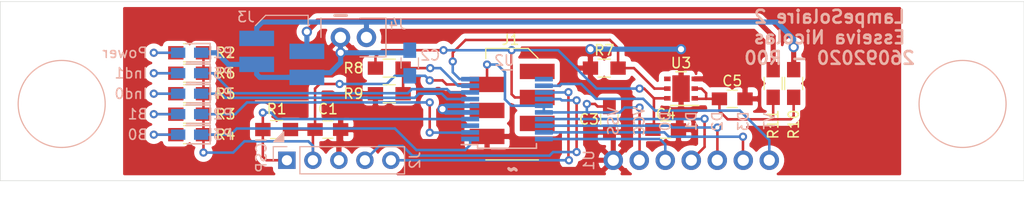
<source format=kicad_pcb>
(kicad_pcb (version 20171130) (host pcbnew "(5.1.6)-1")

  (general
    (thickness 1.6)
    (drawings 12)
    (tracks 300)
    (zones 0)
    (modules 29)
    (nets 32)
  )

  (page A4)
  (title_block
    (title "Lampe Solaire 2")
    (date 2020-09-26)
    (rev R00)
    (company ESN)
    (comment 1 "By Esseiva Nicolas")
    (comment 4 "Lampe Solaire portable")
  )

  (layers
    (0 F.Cu signal)
    (31 B.Cu signal)
    (32 B.Adhes user)
    (33 F.Adhes user)
    (34 B.Paste user)
    (35 F.Paste user)
    (36 B.SilkS user)
    (37 F.SilkS user)
    (38 B.Mask user)
    (39 F.Mask user)
    (40 Dwgs.User user)
    (41 Cmts.User user)
    (42 Eco1.User user)
    (43 Eco2.User user)
    (44 Edge.Cuts user)
    (45 Margin user)
    (46 B.CrtYd user)
    (47 F.CrtYd user)
    (48 B.Fab user)
    (49 F.Fab user)
  )

  (setup
    (last_trace_width 0.25)
    (trace_clearance 0.2)
    (zone_clearance 0.508)
    (zone_45_only no)
    (trace_min 0.2)
    (via_size 0.8)
    (via_drill 0.4)
    (via_min_size 0.4)
    (via_min_drill 0.3)
    (uvia_size 0.3)
    (uvia_drill 0.1)
    (uvias_allowed no)
    (uvia_min_size 0.2)
    (uvia_min_drill 0.1)
    (edge_width 0.05)
    (segment_width 0.2)
    (pcb_text_width 0.3)
    (pcb_text_size 1.5 1.5)
    (mod_edge_width 0.12)
    (mod_text_size 1 1)
    (mod_text_width 0.15)
    (pad_size 1.524 1.524)
    (pad_drill 0.762)
    (pad_to_mask_clearance 0.05)
    (aux_axis_origin 100 97.5)
    (visible_elements 7FFFFFFF)
    (pcbplotparams
      (layerselection 0x010f0_ffffffff)
      (usegerberextensions true)
      (usegerberattributes false)
      (usegerberadvancedattributes false)
      (creategerberjobfile false)
      (excludeedgelayer true)
      (linewidth 0.100000)
      (plotframeref false)
      (viasonmask false)
      (mode 1)
      (useauxorigin true)
      (hpglpennumber 1)
      (hpglpenspeed 20)
      (hpglpendiameter 15.000000)
      (psnegative false)
      (psa4output false)
      (plotreference true)
      (plotvalue true)
      (plotinvisibletext false)
      (padsonsilk false)
      (subtractmaskfromsilk false)
      (outputformat 1)
      (mirror false)
      (drillshape 0)
      (scaleselection 1)
      (outputdirectory "../Fabrication/Gerber"))
  )

  (net 0 "")
  (net 1 GND)
  (net 2 VCC_3V3)
  (net 3 VBAT)
  (net 4 "Net-(C5-Pad1)")
  (net 5 "Net-(J1-Pad1)")
  (net 6 "Net-(J1-Pad4)")
  (net 7 "Net-(J1-Pad5)")
  (net 8 /ICSPCLK)
  (net 9 /ICSPDAT)
  (net 10 /VPP)
  (net 11 "Net-(P1-Pad2)")
  (net 12 "Net-(P2-Pad2)")
  (net 13 /BATTERY_IND_R)
  (net 14 /BATTERY_IND_G)
  (net 15 "Net-(P3-Pad2)")
  (net 16 "Net-(P4-Pad2)")
  (net 17 /LED_G)
  (net 18 /LED_R)
  (net 19 "Net-(P5-Pad2)")
  (net 20 /ENABLE)
  (net 21 /BATTERY_LVL)
  (net 22 /D2)
  (net 23 /D3)
  (net 24 /VT)
  (net 25 /D1)
  (net 26 /D0)
  (net 27 "Net-(U2-Pad11)")
  (net 28 "Net-(U2-Pad3)")
  (net 29 "Net-(U3-Pad4)")
  (net 30 "Net-(J3-Pad1)")
  (net 31 "Net-(J3-Pad2)")

  (net_class Default "This is the default net class."
    (clearance 0.2)
    (trace_width 0.25)
    (via_dia 0.8)
    (via_drill 0.4)
    (uvia_dia 0.3)
    (uvia_drill 0.1)
    (add_net /BATTERY_IND_G)
    (add_net /BATTERY_IND_R)
    (add_net /BATTERY_LVL)
    (add_net /D0)
    (add_net /D1)
    (add_net /D2)
    (add_net /D3)
    (add_net /ENABLE)
    (add_net /ICSPCLK)
    (add_net /ICSPDAT)
    (add_net /LED_G)
    (add_net /LED_R)
    (add_net /VPP)
    (add_net /VT)
    (add_net "Net-(C5-Pad1)")
    (add_net "Net-(J1-Pad1)")
    (add_net "Net-(J1-Pad4)")
    (add_net "Net-(J1-Pad5)")
    (add_net "Net-(P1-Pad2)")
    (add_net "Net-(P2-Pad2)")
    (add_net "Net-(P3-Pad2)")
    (add_net "Net-(P4-Pad2)")
    (add_net "Net-(P5-Pad2)")
    (add_net "Net-(U2-Pad11)")
    (add_net "Net-(U2-Pad3)")
    (add_net "Net-(U3-Pad4)")
    (add_net VBAT)
    (add_net VCC_3V3)
  )

  (net_class Ground ""
    (clearance 0.2)
    (trace_width 0.5)
    (via_dia 1)
    (via_drill 0.6)
    (uvia_dia 0.3)
    (uvia_drill 0.1)
    (add_net GND)
  )

  (net_class Led_LowResistance ""
    (clearance 0.2)
    (trace_width 0.5)
    (via_dia 1)
    (via_drill 0.6)
    (uvia_dia 0.3)
    (uvia_drill 0.1)
    (add_net "Net-(J3-Pad1)")
    (add_net "Net-(J3-Pad2)")
  )

  (module EsseivaN_Lib:WireConn_02 (layer B.Cu) (tedit 5F6F4069) (tstamp 5F6F4DF9)
    (at 134.5 101 180)
    (path /5F6F8EE6)
    (fp_text reference J4 (at -4.3 1.3 180) (layer B.SilkS)
      (effects (font (size 1 1) (thickness 0.15)) (justify mirror))
    )
    (fp_text value "Led 2" (at 0 2.54 180) (layer B.Fab)
      (effects (font (size 1 1) (thickness 0.15)) (justify mirror))
    )
    (fp_line (start -3.175 -1.905) (end -0.635 -1.905) (layer B.SilkS) (width 0.12))
    (fp_line (start -3.175 1.905) (end -0.635 1.905) (layer B.SilkS) (width 0.12))
    (fp_line (start 3.175 1.905) (end 3.175 0) (layer B.SilkS) (width 0.12))
    (fp_line (start -3.175 -1.905) (end -3.175 1.905) (layer B.SilkS) (width 0.12))
    (pad 1 thru_hole circle (at -1.27 0 180) (size 1.9 1.9) (drill 1.1) (layers *.Cu *.Mask)
      (net 30 "Net-(J3-Pad1)"))
    (pad 2 thru_hole circle (at 1.27 0 180) (size 1.9 1.9) (drill 1.1) (layers *.Cu *.Mask)
      (net 1 GND))
  )

  (module EsseivaN_Lib:VIS_M5_88mm locked (layer B.Cu) (tedit 5F6B3019) (tstamp 5F5E4E21)
    (at 150 107.5)
    (descr "Trou diamètre 5.5mm pour vis M5")
    (tags "Perçage M5 5.5mm trou vis")
    (fp_text reference VIS_M3_88mm_space (at 0 -4) (layer B.SilkS) hide
      (effects (font (size 1.524 1.524) (thickness 0.3048)) (justify mirror))
    )
    (fp_text value ~ (at 0 6.35) (layer B.SilkS)
      (effects (font (size 1.524 1.524) (thickness 0.3048)) (justify mirror))
    )
    (fp_circle (center -44 0) (end -39.75 0) (layer B.SilkS) (width 0.12))
    (fp_circle (center -44 0) (end -39.5 0) (layer B.CrtYd) (width 0.15))
    (fp_circle (center 44 0) (end 48.25 0) (layer B.SilkS) (width 0.12))
    (fp_circle (center 44 0) (end 48.5 0) (layer B.CrtYd) (width 0.15))
    (pad "" np_thru_hole circle (at 44 0) (size 5.5 5.5) (drill 5.5) (layers *.Cu *.Mask))
    (pad "" np_thru_hole circle (at -44 0) (size 5.5 5.5) (drill 5.5) (layers *.Cu *.Mask))
    (model ${KIPRJMOD}/Libraries/modules/packages3d/project/Vis-M3.wrl
      (at (xyz 0 0 0))
      (scale (xyz 1 1 1))
      (rotate (xyz 0 0 0))
    )
  )

  (module EsseivaN_Lib:RF_RECEIVER (layer B.Cu) (tedit 5F65225B) (tstamp 5F5E4E4D)
    (at 167.5 113)
    (path /5F604821)
    (fp_text reference U1 (at -10 0 270) (layer B.SilkS)
      (effects (font (size 1 1) (thickness 0.15)) (justify mirror))
    )
    (fp_text value RF_RECEIVER (at 0 0) (layer B.Fab)
      (effects (font (size 1 1) (thickness 0.15)) (justify mirror))
    )
    (fp_line (start 8.89 1.27) (end -8.89 1.27) (layer B.CrtYd) (width 0.15))
    (fp_line (start -8.89 1.27) (end -8.89 -1.27) (layer B.CrtYd) (width 0.15))
    (fp_line (start -8.89 -1.27) (end 8.89 -1.27) (layer B.CrtYd) (width 0.15))
    (fp_line (start 8.89 -1.27) (end 8.89 1.27) (layer B.CrtYd) (width 0.15))
    (fp_text user VSS (at -7.62 -3.81 -90) (layer B.SilkS)
      (effects (font (size 1 1) (thickness 0.15)) (justify mirror))
    )
    (fp_text user VCC (at -5.08 -3.81 -90) (layer B.SilkS)
      (effects (font (size 1 1) (thickness 0.15)) (justify mirror))
    )
    (fp_text user D0 (at -2.54 -3.81 -90) (layer B.SilkS)
      (effects (font (size 1 1) (thickness 0.15)) (justify mirror))
    )
    (fp_text user D1 (at 0 -3.81 -90) (layer B.SilkS)
      (effects (font (size 1 1) (thickness 0.15)) (justify mirror))
    )
    (fp_text user D2 (at 2.54 -3.81 -90) (layer B.SilkS)
      (effects (font (size 1 1) (thickness 0.15)) (justify mirror))
    )
    (fp_text user D3 (at 5.08 -3.81 -90) (layer B.SilkS)
      (effects (font (size 1 1) (thickness 0.15)) (justify mirror))
    )
    (fp_text user VT (at 7.62 -3.81 -90) (layer B.SilkS)
      (effects (font (size 1 1) (thickness 0.15)) (justify mirror))
    )
    (pad 2 thru_hole circle (at -5.08 0) (size 1.9 1.9) (drill 1.1) (layers *.Cu *.Mask)
      (net 2 VCC_3V3))
    (pad 3 thru_hole circle (at -2.54 0) (size 1.9 1.9) (drill 1.1) (layers *.Cu *.Mask)
      (net 26 /D0))
    (pad 4 thru_hole circle (at 0 0) (size 1.9 1.9) (drill 1.1) (layers *.Cu *.Mask)
      (net 25 /D1))
    (pad 7 thru_hole circle (at 7.62 0) (size 1.9 1.9) (drill 1.1) (layers *.Cu *.Mask)
      (net 24 /VT))
    (pad 6 thru_hole circle (at 5.08 0) (size 1.9 1.9) (drill 1.1) (layers *.Cu *.Mask)
      (net 23 /D3))
    (pad 5 thru_hole circle (at 2.54 0) (size 1.9 1.9) (drill 1.1) (layers *.Cu *.Mask)
      (net 22 /D2))
    (pad 1 thru_hole circle (at -7.62 0) (size 1.9 1.9) (drill 1.1) (layers *.Cu *.Mask)
      (net 1 GND))
    (model C:/Workspace/3D/Cad/ElectronicParts/RecepteurRF.stp
      (offset (xyz 3.85 -5 3.3))
      (scale (xyz 1 1 1))
      (rotate (xyz 0 0 180))
    )
  )

  (module EsseivaN_Lib:C_0805_HandSoldering (layer F.Cu) (tedit 5F526A01) (tstamp 5F652DE9)
    (at 132 110)
    (descr "Capacitor SMD 0805, hand soldering")
    (tags "capacitor 0805")
    (path /5F6A801B)
    (attr smd)
    (fp_text reference C1 (at 0 -2) (layer F.SilkS)
      (effects (font (size 1 1) (thickness 0.15)))
    )
    (fp_text value 4.7uF (at 0 1.75) (layer F.Fab)
      (effects (font (size 1 1) (thickness 0.15)))
    )
    (fp_line (start 2.25 0.87) (end -2.25 0.87) (layer F.CrtYd) (width 0.05))
    (fp_line (start 2.25 0.87) (end 2.25 -0.88) (layer F.CrtYd) (width 0.05))
    (fp_line (start -2.25 -0.88) (end -2.25 0.87) (layer F.CrtYd) (width 0.05))
    (fp_line (start -2.25 -0.88) (end 2.25 -0.88) (layer F.CrtYd) (width 0.05))
    (fp_line (start -0.5 0.85) (end 0.5 0.85) (layer F.SilkS) (width 0.12))
    (fp_line (start 0.5 -0.85) (end -0.5 -0.85) (layer F.SilkS) (width 0.12))
    (fp_line (start -1 -0.62) (end 1 -0.62) (layer F.Fab) (width 0.1))
    (fp_line (start 1 -0.62) (end 1 0.62) (layer F.Fab) (width 0.1))
    (fp_line (start 1 0.62) (end -1 0.62) (layer F.Fab) (width 0.1))
    (fp_line (start -1 0.62) (end -1 -0.62) (layer F.Fab) (width 0.1))
    (fp_text user %R (at 0 -1.75) (layer F.Fab)
      (effects (font (size 1 1) (thickness 0.15)))
    )
    (pad 1 smd rect (at -1.25 0) (size 1.5 1.25) (layers F.Cu F.Paste F.Mask)
      (net 2 VCC_3V3))
    (pad 2 smd rect (at 1.25 0) (size 1.5 1.25) (layers F.Cu F.Paste F.Mask)
      (net 1 GND))
    (model ${KISYS3DMOD}/Capacitor_SMD.3dshapes/C_0805_2012Metric.step
      (at (xyz 0 0 0))
      (scale (xyz 1 1 1))
      (rotate (xyz 0 0 0))
    )
  )

  (module EsseivaN_Lib:C_0805_HandSoldering (layer B.Cu) (tedit 5F526A01) (tstamp 5F5D3ED5)
    (at 140 103.5 90)
    (descr "Capacitor SMD 0805, hand soldering")
    (tags "capacitor 0805")
    (path /5F534D3B)
    (attr smd)
    (fp_text reference C2 (at 0.75 2) (layer B.SilkS)
      (effects (font (size 1 1) (thickness 0.15)) (justify mirror))
    )
    (fp_text value 100nF (at 0 -1.75 -90) (layer B.Fab)
      (effects (font (size 1 1) (thickness 0.15)) (justify mirror))
    )
    (fp_line (start 2.25 -0.87) (end -2.25 -0.87) (layer B.CrtYd) (width 0.05))
    (fp_line (start 2.25 -0.87) (end 2.25 0.88) (layer B.CrtYd) (width 0.05))
    (fp_line (start -2.25 0.88) (end -2.25 -0.87) (layer B.CrtYd) (width 0.05))
    (fp_line (start -2.25 0.88) (end 2.25 0.88) (layer B.CrtYd) (width 0.05))
    (fp_line (start -0.5 -0.85) (end 0.5 -0.85) (layer B.SilkS) (width 0.12))
    (fp_line (start 0.5 0.85) (end -0.5 0.85) (layer B.SilkS) (width 0.12))
    (fp_line (start -1 0.62) (end 1 0.62) (layer B.Fab) (width 0.1))
    (fp_line (start 1 0.62) (end 1 -0.62) (layer B.Fab) (width 0.1))
    (fp_line (start 1 -0.62) (end -1 -0.62) (layer B.Fab) (width 0.1))
    (fp_line (start -1 -0.62) (end -1 0.62) (layer B.Fab) (width 0.1))
    (fp_text user %R (at 0 1.75 -90) (layer B.Fab)
      (effects (font (size 1 1) (thickness 0.15)) (justify mirror))
    )
    (pad 1 smd rect (at -1.25 0 90) (size 1.5 1.25) (layers B.Cu B.Paste B.Mask)
      (net 2 VCC_3V3))
    (pad 2 smd rect (at 1.25 0 90) (size 1.5 1.25) (layers B.Cu B.Paste B.Mask)
      (net 1 GND))
    (model ${KISYS3DMOD}/Capacitor_SMD.3dshapes/C_0805_2012Metric.step
      (at (xyz 0 0 0))
      (scale (xyz 1 1 1))
      (rotate (xyz 0 0 0))
    )
  )

  (module EsseivaN_Lib:C_0805_HandSoldering (layer F.Cu) (tedit 5F526A01) (tstamp 5F5D3EE6)
    (at 159.5 109 270)
    (descr "Capacitor SMD 0805, hand soldering")
    (tags "capacitor 0805")
    (path /5F52DAAC)
    (attr smd)
    (fp_text reference C3 (at 0 2 180) (layer F.SilkS)
      (effects (font (size 1 1) (thickness 0.15)))
    )
    (fp_text value 100nF (at 0 1.75 90) (layer F.Fab)
      (effects (font (size 1 1) (thickness 0.15)))
    )
    (fp_line (start 2.25 0.87) (end -2.25 0.87) (layer F.CrtYd) (width 0.05))
    (fp_line (start 2.25 0.87) (end 2.25 -0.88) (layer F.CrtYd) (width 0.05))
    (fp_line (start -2.25 -0.88) (end -2.25 0.87) (layer F.CrtYd) (width 0.05))
    (fp_line (start -2.25 -0.88) (end 2.25 -0.88) (layer F.CrtYd) (width 0.05))
    (fp_line (start -0.5 0.85) (end 0.5 0.85) (layer F.SilkS) (width 0.12))
    (fp_line (start 0.5 -0.85) (end -0.5 -0.85) (layer F.SilkS) (width 0.12))
    (fp_line (start -1 -0.62) (end 1 -0.62) (layer F.Fab) (width 0.1))
    (fp_line (start 1 -0.62) (end 1 0.62) (layer F.Fab) (width 0.1))
    (fp_line (start 1 0.62) (end -1 0.62) (layer F.Fab) (width 0.1))
    (fp_line (start -1 0.62) (end -1 -0.62) (layer F.Fab) (width 0.1))
    (fp_text user %R (at 0 -1.75 90) (layer F.Fab)
      (effects (font (size 1 1) (thickness 0.15)))
    )
    (pad 1 smd rect (at -1.25 0 270) (size 1.5 1.25) (layers F.Cu F.Paste F.Mask)
      (net 2 VCC_3V3))
    (pad 2 smd rect (at 1.25 0 270) (size 1.5 1.25) (layers F.Cu F.Paste F.Mask)
      (net 1 GND))
    (model ${KISYS3DMOD}/Capacitor_SMD.3dshapes/C_0805_2012Metric.step
      (at (xyz 0 0 0))
      (scale (xyz 1 1 1))
      (rotate (xyz 0 0 0))
    )
  )

  (module EsseivaN_Lib:C_0805_HandSoldering (layer F.Cu) (tedit 5F526A01) (tstamp 5F5E5E24)
    (at 165 110)
    (descr "Capacitor SMD 0805, hand soldering")
    (tags "capacitor 0805")
    (path /5F5E55B4)
    (attr smd)
    (fp_text reference C4 (at 0 -1.5 180) (layer F.SilkS)
      (effects (font (size 1 1) (thickness 0.15)))
    )
    (fp_text value 4.7uF (at 0 1.75 180) (layer F.Fab)
      (effects (font (size 1 1) (thickness 0.15)))
    )
    (fp_line (start 2.25 0.87) (end -2.25 0.87) (layer F.CrtYd) (width 0.05))
    (fp_line (start 2.25 0.87) (end 2.25 -0.88) (layer F.CrtYd) (width 0.05))
    (fp_line (start -2.25 -0.88) (end -2.25 0.87) (layer F.CrtYd) (width 0.05))
    (fp_line (start -2.25 -0.88) (end 2.25 -0.88) (layer F.CrtYd) (width 0.05))
    (fp_line (start -0.5 0.85) (end 0.5 0.85) (layer F.SilkS) (width 0.12))
    (fp_line (start 0.5 -0.85) (end -0.5 -0.85) (layer F.SilkS) (width 0.12))
    (fp_line (start -1 -0.62) (end 1 -0.62) (layer F.Fab) (width 0.1))
    (fp_line (start 1 -0.62) (end 1 0.62) (layer F.Fab) (width 0.1))
    (fp_line (start 1 0.62) (end -1 0.62) (layer F.Fab) (width 0.1))
    (fp_line (start -1 0.62) (end -1 -0.62) (layer F.Fab) (width 0.1))
    (fp_text user %R (at 0 -1.75 180) (layer F.Fab)
      (effects (font (size 1 1) (thickness 0.15)))
    )
    (pad 1 smd rect (at -1.25 0) (size 1.5 1.25) (layers F.Cu F.Paste F.Mask)
      (net 3 VBAT))
    (pad 2 smd rect (at 1.25 0) (size 1.5 1.25) (layers F.Cu F.Paste F.Mask)
      (net 1 GND))
    (model ${KISYS3DMOD}/Capacitor_SMD.3dshapes/C_0805_2012Metric.step
      (at (xyz 0 0 0))
      (scale (xyz 1 1 1))
      (rotate (xyz 0 0 0))
    )
  )

  (module EsseivaN_Lib:C_0805_HandSoldering (layer F.Cu) (tedit 5F526A01) (tstamp 5F5E5D88)
    (at 171.5 107)
    (descr "Capacitor SMD 0805, hand soldering")
    (tags "capacitor 0805")
    (path /5F5E827B)
    (attr smd)
    (fp_text reference C5 (at 0 -1.75) (layer F.SilkS)
      (effects (font (size 1 1) (thickness 0.15)))
    )
    (fp_text value 4.7uF (at 0 1.75) (layer F.Fab)
      (effects (font (size 1 1) (thickness 0.15)))
    )
    (fp_line (start 2.25 0.87) (end -2.25 0.87) (layer F.CrtYd) (width 0.05))
    (fp_line (start 2.25 0.87) (end 2.25 -0.88) (layer F.CrtYd) (width 0.05))
    (fp_line (start -2.25 -0.88) (end -2.25 0.87) (layer F.CrtYd) (width 0.05))
    (fp_line (start -2.25 -0.88) (end 2.25 -0.88) (layer F.CrtYd) (width 0.05))
    (fp_line (start -0.5 0.85) (end 0.5 0.85) (layer F.SilkS) (width 0.12))
    (fp_line (start 0.5 -0.85) (end -0.5 -0.85) (layer F.SilkS) (width 0.12))
    (fp_line (start -1 -0.62) (end 1 -0.62) (layer F.Fab) (width 0.1))
    (fp_line (start 1 -0.62) (end 1 0.62) (layer F.Fab) (width 0.1))
    (fp_line (start 1 0.62) (end -1 0.62) (layer F.Fab) (width 0.1))
    (fp_line (start -1 0.62) (end -1 -0.62) (layer F.Fab) (width 0.1))
    (fp_text user %R (at 0 -1.75) (layer F.Fab)
      (effects (font (size 1 1) (thickness 0.15)))
    )
    (pad 1 smd rect (at -1.25 0) (size 1.5 1.25) (layers F.Cu F.Paste F.Mask)
      (net 4 "Net-(C5-Pad1)"))
    (pad 2 smd rect (at 1.25 0) (size 1.5 1.25) (layers F.Cu F.Paste F.Mask)
      (net 1 GND))
    (model ${KISYS3DMOD}/Capacitor_SMD.3dshapes/C_0805_2012Metric.step
      (at (xyz 0 0 0))
      (scale (xyz 1 1 1))
      (rotate (xyz 0 0 0))
    )
  )

  (module EsseivaN_Lib:MicroMatch_6P_Female (layer F.Cu) (tedit 5F61F4DF) (tstamp 5F5D3F16)
    (at 150 107.5 270)
    (path /5F527105)
    (fp_text reference J1 (at -6.275 0.15) (layer F.SilkS)
      (effects (font (size 1 1) (thickness 0.15)))
    )
    (fp_text value Connector (at -1.975 -5.15 90) (layer F.Fab)
      (effects (font (size 1 1) (thickness 0.15)))
    )
    (fp_line (start -5.425 -1.575) (end -5.425 2.575) (layer F.SilkS) (width 0.12))
    (fp_line (start -5.425 2.575) (end -4.425 2.575) (layer F.SilkS) (width 0.12))
    (fp_line (start -5.425 -1.575) (end -4.425 -2.575) (layer F.SilkS) (width 0.12))
    (fp_line (start 5.465 -2.575) (end 5.465 2.575) (layer F.SilkS) (width 0.12))
    (pad 6 smd rect (at 3.175 2.45 90) (size 1.5 3.4) (layers F.Cu F.Paste F.Mask)
      (net 1 GND))
    (pad 5 smd rect (at 1.905 -2.45 90) (size 1.5 3.4) (layers F.Cu F.Paste F.Mask)
      (net 7 "Net-(J1-Pad5)"))
    (pad 4 smd rect (at 0.635 2.45 90) (size 1.5 3.4) (layers F.Cu F.Paste F.Mask)
      (net 6 "Net-(J1-Pad4)"))
    (pad 2 smd rect (at -1.905 2.45 90) (size 1.5 3.4) (layers F.Cu F.Paste F.Mask)
      (net 2 VCC_3V3))
    (pad 3 smd rect (at -0.635 -2.45 90) (size 1.5 3.4) (layers F.Cu F.Paste F.Mask)
      (net 3 VBAT))
    (pad 1 smd rect (at -3.175 -2.45 90) (size 1.5 3.4) (layers F.Cu F.Paste F.Mask)
      (net 5 "Net-(J1-Pad1)"))
    (model C:/Workspace/3D/Cad/MicroMatch/c-188275-6-u-3d.stp
      (offset (xyz 0 0 5.1))
      (scale (xyz 1 1 1))
      (rotate (xyz 0 0 0))
    )
  )

  (module EsseivaN_Lib:Pin_Header_Straight_1x05_Pitch2.54mm (layer B.Cu) (tedit 5F5E60A1) (tstamp 5F5D3F30)
    (at 128 113 270)
    (descr "Through hole straight pin header, 1x06, 2.54mm pitch, single row")
    (tags "Through hole pin header THT 1x06 2.54mm single row")
    (path /5F619EEB)
    (fp_text reference J2 (at 0 -12.5 90) (layer B.SilkS)
      (effects (font (size 1 1) (thickness 0.15)) (justify mirror))
    )
    (fp_text value CONN_ICSP (at 0 -12.49 270) (layer B.Fab)
      (effects (font (size 1 1) (thickness 0.15)) (justify mirror))
    )
    (fp_line (start -0.635 1.27) (end 1.27 1.27) (layer B.Fab) (width 0.1))
    (fp_line (start 1.27 1.27) (end 1.27 -11.43) (layer B.Fab) (width 0.1))
    (fp_line (start 1.27 -11.43) (end -1.27 -11.43) (layer B.Fab) (width 0.1))
    (fp_line (start -1.27 -11.43) (end -1.27 0.635) (layer B.Fab) (width 0.1))
    (fp_line (start -1.27 0.635) (end -0.635 1.27) (layer B.Fab) (width 0.1))
    (fp_line (start -1.33 -11.49) (end 1.33 -11.49) (layer B.SilkS) (width 0.12))
    (fp_line (start -1.33 -1.27) (end -1.33 -11.49) (layer B.SilkS) (width 0.12))
    (fp_line (start 1.33 -1.27) (end 1.33 -11.49) (layer B.SilkS) (width 0.12))
    (fp_line (start -1.33 -1.27) (end 1.33 -1.27) (layer B.SilkS) (width 0.12))
    (fp_line (start -1.33 0) (end -1.33 1.33) (layer B.SilkS) (width 0.12))
    (fp_line (start -1.33 1.33) (end 0 1.33) (layer B.SilkS) (width 0.12))
    (fp_line (start -1.8 1.8) (end -1.8 -11.96) (layer B.CrtYd) (width 0.05))
    (fp_line (start -1.8 -11.96) (end 1.8 -11.96) (layer B.CrtYd) (width 0.05))
    (fp_line (start 1.8 -11.96) (end 1.8 1.8) (layer B.CrtYd) (width 0.05))
    (fp_line (start 1.8 1.8) (end -1.8 1.8) (layer B.CrtYd) (width 0.05))
    (fp_poly (pts (xy -1.8 0.3) (xy -2.8 0.3) (xy -1.8 1.3)) (layer B.SilkS) (width 0.1))
    (fp_text user %R (at 0 -6.35) (layer B.Fab)
      (effects (font (size 1 1) (thickness 0.15)) (justify mirror))
    )
    (pad 1 thru_hole rect (at 0 0 270) (size 1.7 1.7) (drill 1) (layers *.Cu *.Mask)
      (net 10 /VPP))
    (pad 2 thru_hole oval (at 0 -2.54 270) (size 1.7 1.7) (drill 1) (layers *.Cu *.Mask)
      (net 2 VCC_3V3))
    (pad 3 thru_hole oval (at 0 -5.08 270) (size 1.7 1.7) (drill 1) (layers *.Cu *.Mask)
      (net 1 GND))
    (pad 4 thru_hole oval (at 0 -7.62 270) (size 1.7 1.7) (drill 1) (layers *.Cu *.Mask)
      (net 9 /ICSPDAT))
    (pad 5 thru_hole oval (at 0 -10.16 270) (size 1.7 1.7) (drill 1) (layers *.Cu *.Mask)
      (net 8 /ICSPCLK))
    (model ${KISYS3DMOD}/Connector_PinHeader_2.54mm.3dshapes/PinHeader_1x05_P2.54mm_Vertical.step
      (at (xyz 0 0 0))
      (scale (xyz 1 1 1))
      (rotate (xyz 0 0 0))
    )
  )

  (module EsseivaN_Lib:D_0603_HandSoldering (layer B.Cu) (tedit 5F5E5F45) (tstamp 5F5E515F)
    (at 118.5 102.5 180)
    (descr "Capacitor SMD 0603, hand soldering")
    (tags "capacitor 0603")
    (path /5F5D2279)
    (attr smd)
    (fp_text reference P1 (at -3.25 0 180) (layer B.SilkS)
      (effects (font (size 1 1) (thickness 0.15)) (justify mirror))
    )
    (fp_text value GREEN (at -0.2 -1.8 180) (layer B.Fab)
      (effects (font (size 1 1) (thickness 0.15)) (justify mirror))
    )
    (fp_line (start 1.8 -0.65) (end -1.8 -0.65) (layer B.CrtYd) (width 0.05))
    (fp_line (start 1.8 -0.65) (end 1.8 0.65) (layer B.CrtYd) (width 0.05))
    (fp_line (start -1.8 0.65) (end -1.8 -0.65) (layer B.CrtYd) (width 0.05))
    (fp_line (start -1.8 0.65) (end 1.8 0.65) (layer B.CrtYd) (width 0.05))
    (fp_line (start 0.4 0.4) (end 0.4 -0.4) (layer B.Fab) (width 0.15))
    (fp_line (start -0.45 0) (end 0.4 0.4) (layer B.Fab) (width 0.15))
    (fp_line (start 0.4 -0.45) (end -0.45 0) (layer B.Fab) (width 0.15))
    (fp_line (start -0.45 0.4) (end -0.45 -0.45) (layer B.Fab) (width 0.15))
    (fp_line (start -2 0.9) (end 0.35 0.9) (layer B.SilkS) (width 0.15))
    (fp_line (start -2 -0.9) (end 0.3 -0.9) (layer B.SilkS) (width 0.15))
    (fp_line (start -0.1 -0.9) (end -0.05 -0.9) (layer B.SilkS) (width 0.15))
    (fp_line (start -2 0.9) (end -2 -0.9) (layer B.SilkS) (width 0.15))
    (pad 2 smd rect (at 1.125 0 180) (size 1.4 1) (layers B.Cu B.Paste B.Mask)
      (net 11 "Net-(P1-Pad2)"))
    (pad 1 smd rect (at -1.125 0 180) (size 1.4 1) (layers B.Cu B.Paste B.Mask)
      (net 1 GND))
    (model ${KISYS3DMOD}/LED_SMD.3dshapes/LED_0603_1608Metric.step
      (at (xyz 0 0 0))
      (scale (xyz 1 1 1))
      (rotate (xyz 0 0 0))
    )
  )

  (module EsseivaN_Lib:D_0603_HandSoldering (layer B.Cu) (tedit 5F5E5F45) (tstamp 5F5E51C5)
    (at 118.5 108.5 180)
    (descr "Capacitor SMD 0603, hand soldering")
    (tags "capacitor 0603")
    (path /5F52B67A)
    (attr smd)
    (fp_text reference P2 (at -3.25 0 180) (layer B.SilkS)
      (effects (font (size 1 1) (thickness 0.15)) (justify mirror))
    )
    (fp_text value LED (at -0.2 -1.8 180) (layer B.Fab)
      (effects (font (size 1 1) (thickness 0.15)) (justify mirror))
    )
    (fp_line (start 1.8 -0.65) (end -1.8 -0.65) (layer B.CrtYd) (width 0.05))
    (fp_line (start 1.8 -0.65) (end 1.8 0.65) (layer B.CrtYd) (width 0.05))
    (fp_line (start -1.8 0.65) (end -1.8 -0.65) (layer B.CrtYd) (width 0.05))
    (fp_line (start -1.8 0.65) (end 1.8 0.65) (layer B.CrtYd) (width 0.05))
    (fp_line (start 0.4 0.4) (end 0.4 -0.4) (layer B.Fab) (width 0.15))
    (fp_line (start -0.45 0) (end 0.4 0.4) (layer B.Fab) (width 0.15))
    (fp_line (start 0.4 -0.45) (end -0.45 0) (layer B.Fab) (width 0.15))
    (fp_line (start -0.45 0.4) (end -0.45 -0.45) (layer B.Fab) (width 0.15))
    (fp_line (start -2 0.9) (end 0.35 0.9) (layer B.SilkS) (width 0.15))
    (fp_line (start -2 -0.9) (end 0.3 -0.9) (layer B.SilkS) (width 0.15))
    (fp_line (start -0.1 -0.9) (end -0.05 -0.9) (layer B.SilkS) (width 0.15))
    (fp_line (start -2 0.9) (end -2 -0.9) (layer B.SilkS) (width 0.15))
    (pad 2 smd rect (at 1.125 0 180) (size 1.4 1) (layers B.Cu B.Paste B.Mask)
      (net 12 "Net-(P2-Pad2)"))
    (pad 1 smd rect (at -1.125 0 180) (size 1.4 1) (layers B.Cu B.Paste B.Mask)
      (net 13 /BATTERY_IND_R))
    (model ${KISYS3DMOD}/LED_SMD.3dshapes/LED_0603_1608Metric.step
      (at (xyz 0 0 0))
      (scale (xyz 1 1 1))
      (rotate (xyz 0 0 0))
    )
  )

  (module EsseivaN_Lib:D_0603_HandSoldering (layer B.Cu) (tedit 5F5E5F45) (tstamp 5F5E69F0)
    (at 118.5 110.5 180)
    (descr "Capacitor SMD 0603, hand soldering")
    (tags "capacitor 0603")
    (path /5F529BFD)
    (attr smd)
    (fp_text reference P3 (at -3.25 0 180) (layer B.SilkS)
      (effects (font (size 1 1) (thickness 0.15)) (justify mirror))
    )
    (fp_text value LED (at -0.2 -1.8 180) (layer B.Fab)
      (effects (font (size 1 1) (thickness 0.15)) (justify mirror))
    )
    (fp_line (start 1.8 -0.65) (end -1.8 -0.65) (layer B.CrtYd) (width 0.05))
    (fp_line (start 1.8 -0.65) (end 1.8 0.65) (layer B.CrtYd) (width 0.05))
    (fp_line (start -1.8 0.65) (end -1.8 -0.65) (layer B.CrtYd) (width 0.05))
    (fp_line (start -1.8 0.65) (end 1.8 0.65) (layer B.CrtYd) (width 0.05))
    (fp_line (start 0.4 0.4) (end 0.4 -0.4) (layer B.Fab) (width 0.15))
    (fp_line (start -0.45 0) (end 0.4 0.4) (layer B.Fab) (width 0.15))
    (fp_line (start 0.4 -0.45) (end -0.45 0) (layer B.Fab) (width 0.15))
    (fp_line (start -0.45 0.4) (end -0.45 -0.45) (layer B.Fab) (width 0.15))
    (fp_line (start -2 0.9) (end 0.35 0.9) (layer B.SilkS) (width 0.15))
    (fp_line (start -2 -0.9) (end 0.3 -0.9) (layer B.SilkS) (width 0.15))
    (fp_line (start -0.1 -0.9) (end -0.05 -0.9) (layer B.SilkS) (width 0.15))
    (fp_line (start -2 0.9) (end -2 -0.9) (layer B.SilkS) (width 0.15))
    (pad 2 smd rect (at 1.125 0 180) (size 1.4 1) (layers B.Cu B.Paste B.Mask)
      (net 15 "Net-(P3-Pad2)"))
    (pad 1 smd rect (at -1.125 0 180) (size 1.4 1) (layers B.Cu B.Paste B.Mask)
      (net 14 /BATTERY_IND_G))
    (model ${KISYS3DMOD}/LED_SMD.3dshapes/LED_0603_1608Metric.step
      (at (xyz 0 0 0))
      (scale (xyz 1 1 1))
      (rotate (xyz 0 0 0))
    )
  )

  (module EsseivaN_Lib:D_0603_HandSoldering (layer B.Cu) (tedit 5F5E5F45) (tstamp 5F5E5192)
    (at 118.5 106.5 180)
    (descr "Capacitor SMD 0603, hand soldering")
    (tags "capacitor 0603")
    (path /5F53EA3C)
    (attr smd)
    (fp_text reference P4 (at -3.25 0 180) (layer B.SilkS)
      (effects (font (size 1 1) (thickness 0.15)) (justify mirror))
    )
    (fp_text value RED (at -0.2 -1.8 180) (layer B.Fab)
      (effects (font (size 1 1) (thickness 0.15)) (justify mirror))
    )
    (fp_line (start 1.8 -0.65) (end -1.8 -0.65) (layer B.CrtYd) (width 0.05))
    (fp_line (start 1.8 -0.65) (end 1.8 0.65) (layer B.CrtYd) (width 0.05))
    (fp_line (start -1.8 0.65) (end -1.8 -0.65) (layer B.CrtYd) (width 0.05))
    (fp_line (start -1.8 0.65) (end 1.8 0.65) (layer B.CrtYd) (width 0.05))
    (fp_line (start 0.4 0.4) (end 0.4 -0.4) (layer B.Fab) (width 0.15))
    (fp_line (start -0.45 0) (end 0.4 0.4) (layer B.Fab) (width 0.15))
    (fp_line (start 0.4 -0.45) (end -0.45 0) (layer B.Fab) (width 0.15))
    (fp_line (start -0.45 0.4) (end -0.45 -0.45) (layer B.Fab) (width 0.15))
    (fp_line (start -2 0.9) (end 0.35 0.9) (layer B.SilkS) (width 0.15))
    (fp_line (start -2 -0.9) (end 0.3 -0.9) (layer B.SilkS) (width 0.15))
    (fp_line (start -0.1 -0.9) (end -0.05 -0.9) (layer B.SilkS) (width 0.15))
    (fp_line (start -2 0.9) (end -2 -0.9) (layer B.SilkS) (width 0.15))
    (pad 2 smd rect (at 1.125 0 180) (size 1.4 1) (layers B.Cu B.Paste B.Mask)
      (net 16 "Net-(P4-Pad2)"))
    (pad 1 smd rect (at -1.125 0 180) (size 1.4 1) (layers B.Cu B.Paste B.Mask)
      (net 17 /LED_G))
    (model ${KISYS3DMOD}/LED_SMD.3dshapes/LED_0603_1608Metric.step
      (at (xyz 0 0 0))
      (scale (xyz 1 1 1))
      (rotate (xyz 0 0 0))
    )
  )

  (module EsseivaN_Lib:D_0603_HandSoldering (layer B.Cu) (tedit 5F5E5F45) (tstamp 5F5E51F8)
    (at 118.5 104.5 180)
    (descr "Capacitor SMD 0603, hand soldering")
    (tags "capacitor 0603")
    (path /5F53E2E1)
    (attr smd)
    (fp_text reference P5 (at -3.25 0 180) (layer B.SilkS)
      (effects (font (size 1 1) (thickness 0.15)) (justify mirror))
    )
    (fp_text value GREEN (at -0.2 -1.8 180) (layer B.Fab)
      (effects (font (size 1 1) (thickness 0.15)) (justify mirror))
    )
    (fp_line (start 1.8 -0.65) (end -1.8 -0.65) (layer B.CrtYd) (width 0.05))
    (fp_line (start 1.8 -0.65) (end 1.8 0.65) (layer B.CrtYd) (width 0.05))
    (fp_line (start -1.8 0.65) (end -1.8 -0.65) (layer B.CrtYd) (width 0.05))
    (fp_line (start -1.8 0.65) (end 1.8 0.65) (layer B.CrtYd) (width 0.05))
    (fp_line (start 0.4 0.4) (end 0.4 -0.4) (layer B.Fab) (width 0.15))
    (fp_line (start -0.45 0) (end 0.4 0.4) (layer B.Fab) (width 0.15))
    (fp_line (start 0.4 -0.45) (end -0.45 0) (layer B.Fab) (width 0.15))
    (fp_line (start -0.45 0.4) (end -0.45 -0.45) (layer B.Fab) (width 0.15))
    (fp_line (start -2 0.9) (end 0.35 0.9) (layer B.SilkS) (width 0.15))
    (fp_line (start -2 -0.9) (end 0.3 -0.9) (layer B.SilkS) (width 0.15))
    (fp_line (start -0.1 -0.9) (end -0.05 -0.9) (layer B.SilkS) (width 0.15))
    (fp_line (start -2 0.9) (end -2 -0.9) (layer B.SilkS) (width 0.15))
    (pad 2 smd rect (at 1.125 0 180) (size 1.4 1) (layers B.Cu B.Paste B.Mask)
      (net 19 "Net-(P5-Pad2)"))
    (pad 1 smd rect (at -1.125 0 180) (size 1.4 1) (layers B.Cu B.Paste B.Mask)
      (net 18 /LED_R))
    (model ${KISYS3DMOD}/LED_SMD.3dshapes/LED_0603_1608Metric.step
      (at (xyz 0 0 0))
      (scale (xyz 1 1 1))
      (rotate (xyz 0 0 0))
    )
  )

  (module EsseivaN_Lib:R_0805_HandSoldering (layer F.Cu) (tedit 5F526A20) (tstamp 5F5D3FC6)
    (at 127 110 180)
    (descr "Resistor SMD 0805, hand soldering")
    (tags "resistor 0805")
    (path /5F6C740A)
    (attr smd)
    (fp_text reference R1 (at 0 2) (layer F.SilkS)
      (effects (font (size 1 1) (thickness 0.15)))
    )
    (fp_text value 27k (at 0 1.75) (layer F.Fab)
      (effects (font (size 1 1) (thickness 0.15)))
    )
    (fp_line (start -1 0.62) (end -1 -0.62) (layer F.Fab) (width 0.1))
    (fp_line (start 1 0.62) (end -1 0.62) (layer F.Fab) (width 0.1))
    (fp_line (start 1 -0.62) (end 1 0.62) (layer F.Fab) (width 0.1))
    (fp_line (start -1 -0.62) (end 1 -0.62) (layer F.Fab) (width 0.1))
    (fp_line (start 0.6 0.88) (end -0.6 0.88) (layer F.SilkS) (width 0.12))
    (fp_line (start -0.6 -0.88) (end 0.6 -0.88) (layer F.SilkS) (width 0.12))
    (fp_line (start -2.35 -0.9) (end 2.35 -0.9) (layer F.CrtYd) (width 0.05))
    (fp_line (start -2.35 -0.9) (end -2.35 0.9) (layer F.CrtYd) (width 0.05))
    (fp_line (start 2.35 0.9) (end 2.35 -0.9) (layer F.CrtYd) (width 0.05))
    (fp_line (start 2.35 0.9) (end -2.35 0.9) (layer F.CrtYd) (width 0.05))
    (pad 2 smd rect (at 1.35 0 180) (size 1.5 1.3) (layers F.Cu F.Paste F.Mask)
      (net 10 /VPP))
    (pad 1 smd rect (at -1.35 0 180) (size 1.5 1.3) (layers F.Cu F.Paste F.Mask)
      (net 2 VCC_3V3))
    (model ${KISYS3DMOD}/Resistor_SMD.3dshapes/R_0805_2012Metric.step
      (at (xyz 0 0 0))
      (scale (xyz 1 1 1))
      (rotate (xyz 0 0 0))
    )
  )

  (module EsseivaN_Lib:R_0805_HandSoldering (layer F.Cu) (tedit 5F526A20) (tstamp 5F623531)
    (at 118.5 102.5 180)
    (descr "Resistor SMD 0805, hand soldering")
    (tags "resistor 0805")
    (path /5F5D2995)
    (attr smd)
    (fp_text reference R2 (at -3.5 0) (layer F.SilkS)
      (effects (font (size 1 1) (thickness 0.15)))
    )
    (fp_text value 1k5 (at 0 1.75) (layer F.Fab)
      (effects (font (size 1 1) (thickness 0.15)))
    )
    (fp_line (start -1 0.62) (end -1 -0.62) (layer F.Fab) (width 0.1))
    (fp_line (start 1 0.62) (end -1 0.62) (layer F.Fab) (width 0.1))
    (fp_line (start 1 -0.62) (end 1 0.62) (layer F.Fab) (width 0.1))
    (fp_line (start -1 -0.62) (end 1 -0.62) (layer F.Fab) (width 0.1))
    (fp_line (start 0.6 0.88) (end -0.6 0.88) (layer F.SilkS) (width 0.12))
    (fp_line (start -0.6 -0.88) (end 0.6 -0.88) (layer F.SilkS) (width 0.12))
    (fp_line (start -2.35 -0.9) (end 2.35 -0.9) (layer F.CrtYd) (width 0.05))
    (fp_line (start -2.35 -0.9) (end -2.35 0.9) (layer F.CrtYd) (width 0.05))
    (fp_line (start 2.35 0.9) (end 2.35 -0.9) (layer F.CrtYd) (width 0.05))
    (fp_line (start 2.35 0.9) (end -2.35 0.9) (layer F.CrtYd) (width 0.05))
    (pad 2 smd rect (at 1.35 0 180) (size 1.5 1.3) (layers F.Cu F.Paste F.Mask)
      (net 11 "Net-(P1-Pad2)"))
    (pad 1 smd rect (at -1.35 0 180) (size 1.5 1.3) (layers F.Cu F.Paste F.Mask)
      (net 2 VCC_3V3))
    (model ${KISYS3DMOD}/Resistor_SMD.3dshapes/R_0805_2012Metric.step
      (at (xyz 0 0 0))
      (scale (xyz 1 1 1))
      (rotate (xyz 0 0 0))
    )
  )

  (module EsseivaN_Lib:R_0805_HandSoldering (layer F.Cu) (tedit 5F526A20) (tstamp 5F5E5229)
    (at 118.5 108.5 180)
    (descr "Resistor SMD 0805, hand soldering")
    (tags "resistor 0805")
    (path /5F52BFD6)
    (attr smd)
    (fp_text reference R3 (at -3.5 0) (layer F.SilkS)
      (effects (font (size 1 1) (thickness 0.15)))
    )
    (fp_text value 330R (at 0 1.75) (layer F.Fab)
      (effects (font (size 1 1) (thickness 0.15)))
    )
    (fp_line (start -1 0.62) (end -1 -0.62) (layer F.Fab) (width 0.1))
    (fp_line (start 1 0.62) (end -1 0.62) (layer F.Fab) (width 0.1))
    (fp_line (start 1 -0.62) (end 1 0.62) (layer F.Fab) (width 0.1))
    (fp_line (start -1 -0.62) (end 1 -0.62) (layer F.Fab) (width 0.1))
    (fp_line (start 0.6 0.88) (end -0.6 0.88) (layer F.SilkS) (width 0.12))
    (fp_line (start -0.6 -0.88) (end 0.6 -0.88) (layer F.SilkS) (width 0.12))
    (fp_line (start -2.35 -0.9) (end 2.35 -0.9) (layer F.CrtYd) (width 0.05))
    (fp_line (start -2.35 -0.9) (end -2.35 0.9) (layer F.CrtYd) (width 0.05))
    (fp_line (start 2.35 0.9) (end 2.35 -0.9) (layer F.CrtYd) (width 0.05))
    (fp_line (start 2.35 0.9) (end -2.35 0.9) (layer F.CrtYd) (width 0.05))
    (pad 2 smd rect (at 1.35 0 180) (size 1.5 1.3) (layers F.Cu F.Paste F.Mask)
      (net 12 "Net-(P2-Pad2)"))
    (pad 1 smd rect (at -1.35 0 180) (size 1.5 1.3) (layers F.Cu F.Paste F.Mask)
      (net 2 VCC_3V3))
    (model ${KISYS3DMOD}/Resistor_SMD.3dshapes/R_0805_2012Metric.step
      (at (xyz 0 0 0))
      (scale (xyz 1 1 1))
      (rotate (xyz 0 0 0))
    )
  )

  (module EsseivaN_Lib:R_0805_HandSoldering (layer F.Cu) (tedit 5F526A20) (tstamp 5F5E6919)
    (at 118.5 110.5 180)
    (descr "Resistor SMD 0805, hand soldering")
    (tags "resistor 0805")
    (path /5F52C66D)
    (attr smd)
    (fp_text reference R4 (at -3.5 0) (layer F.SilkS)
      (effects (font (size 1 1) (thickness 0.15)))
    )
    (fp_text value 270R (at 0 1.75) (layer F.Fab)
      (effects (font (size 1 1) (thickness 0.15)))
    )
    (fp_line (start -1 0.62) (end -1 -0.62) (layer F.Fab) (width 0.1))
    (fp_line (start 1 0.62) (end -1 0.62) (layer F.Fab) (width 0.1))
    (fp_line (start 1 -0.62) (end 1 0.62) (layer F.Fab) (width 0.1))
    (fp_line (start -1 -0.62) (end 1 -0.62) (layer F.Fab) (width 0.1))
    (fp_line (start 0.6 0.88) (end -0.6 0.88) (layer F.SilkS) (width 0.12))
    (fp_line (start -0.6 -0.88) (end 0.6 -0.88) (layer F.SilkS) (width 0.12))
    (fp_line (start -2.35 -0.9) (end 2.35 -0.9) (layer F.CrtYd) (width 0.05))
    (fp_line (start -2.35 -0.9) (end -2.35 0.9) (layer F.CrtYd) (width 0.05))
    (fp_line (start 2.35 0.9) (end 2.35 -0.9) (layer F.CrtYd) (width 0.05))
    (fp_line (start 2.35 0.9) (end -2.35 0.9) (layer F.CrtYd) (width 0.05))
    (pad 2 smd rect (at 1.35 0 180) (size 1.5 1.3) (layers F.Cu F.Paste F.Mask)
      (net 15 "Net-(P3-Pad2)"))
    (pad 1 smd rect (at -1.35 0 180) (size 1.5 1.3) (layers F.Cu F.Paste F.Mask)
      (net 2 VCC_3V3))
    (model ${KISYS3DMOD}/Resistor_SMD.3dshapes/R_0805_2012Metric.step
      (at (xyz 0 0 0))
      (scale (xyz 1 1 1))
      (rotate (xyz 0 0 0))
    )
  )

  (module EsseivaN_Lib:R_0805_HandSoldering (layer F.Cu) (tedit 5F526A20) (tstamp 5F5E5256)
    (at 118.5 106.5 180)
    (descr "Resistor SMD 0805, hand soldering")
    (tags "resistor 0805")
    (path /5F53F420)
    (attr smd)
    (fp_text reference R5 (at -3.5 0) (layer F.SilkS)
      (effects (font (size 1 1) (thickness 0.15)))
    )
    (fp_text value 330R (at 0 1.75) (layer F.Fab)
      (effects (font (size 1 1) (thickness 0.15)))
    )
    (fp_line (start -1 0.62) (end -1 -0.62) (layer F.Fab) (width 0.1))
    (fp_line (start 1 0.62) (end -1 0.62) (layer F.Fab) (width 0.1))
    (fp_line (start 1 -0.62) (end 1 0.62) (layer F.Fab) (width 0.1))
    (fp_line (start -1 -0.62) (end 1 -0.62) (layer F.Fab) (width 0.1))
    (fp_line (start 0.6 0.88) (end -0.6 0.88) (layer F.SilkS) (width 0.12))
    (fp_line (start -0.6 -0.88) (end 0.6 -0.88) (layer F.SilkS) (width 0.12))
    (fp_line (start -2.35 -0.9) (end 2.35 -0.9) (layer F.CrtYd) (width 0.05))
    (fp_line (start -2.35 -0.9) (end -2.35 0.9) (layer F.CrtYd) (width 0.05))
    (fp_line (start 2.35 0.9) (end 2.35 -0.9) (layer F.CrtYd) (width 0.05))
    (fp_line (start 2.35 0.9) (end -2.35 0.9) (layer F.CrtYd) (width 0.05))
    (pad 2 smd rect (at 1.35 0 180) (size 1.5 1.3) (layers F.Cu F.Paste F.Mask)
      (net 16 "Net-(P4-Pad2)"))
    (pad 1 smd rect (at -1.35 0 180) (size 1.5 1.3) (layers F.Cu F.Paste F.Mask)
      (net 2 VCC_3V3))
    (model ${KISYS3DMOD}/Resistor_SMD.3dshapes/R_0805_2012Metric.step
      (at (xyz 0 0 0))
      (scale (xyz 1 1 1))
      (rotate (xyz 0 0 0))
    )
  )

  (module EsseivaN_Lib:R_0805_HandSoldering (layer F.Cu) (tedit 5F526A20) (tstamp 5F5E52B6)
    (at 118.5 104.5 180)
    (descr "Resistor SMD 0805, hand soldering")
    (tags "resistor 0805")
    (path /5F5DA10A)
    (attr smd)
    (fp_text reference R6 (at -3.5 0) (layer F.SilkS)
      (effects (font (size 1 1) (thickness 0.15)))
    )
    (fp_text value 270R (at 0 1.75) (layer F.Fab)
      (effects (font (size 1 1) (thickness 0.15)))
    )
    (fp_line (start -1 0.62) (end -1 -0.62) (layer F.Fab) (width 0.1))
    (fp_line (start 1 0.62) (end -1 0.62) (layer F.Fab) (width 0.1))
    (fp_line (start 1 -0.62) (end 1 0.62) (layer F.Fab) (width 0.1))
    (fp_line (start -1 -0.62) (end 1 -0.62) (layer F.Fab) (width 0.1))
    (fp_line (start 0.6 0.88) (end -0.6 0.88) (layer F.SilkS) (width 0.12))
    (fp_line (start -0.6 -0.88) (end 0.6 -0.88) (layer F.SilkS) (width 0.12))
    (fp_line (start -2.35 -0.9) (end 2.35 -0.9) (layer F.CrtYd) (width 0.05))
    (fp_line (start -2.35 -0.9) (end -2.35 0.9) (layer F.CrtYd) (width 0.05))
    (fp_line (start 2.35 0.9) (end 2.35 -0.9) (layer F.CrtYd) (width 0.05))
    (fp_line (start 2.35 0.9) (end -2.35 0.9) (layer F.CrtYd) (width 0.05))
    (pad 2 smd rect (at 1.35 0 180) (size 1.5 1.3) (layers F.Cu F.Paste F.Mask)
      (net 19 "Net-(P5-Pad2)"))
    (pad 1 smd rect (at -1.35 0 180) (size 1.5 1.3) (layers F.Cu F.Paste F.Mask)
      (net 2 VCC_3V3))
    (model ${KISYS3DMOD}/Resistor_SMD.3dshapes/R_0805_2012Metric.step
      (at (xyz 0 0 0))
      (scale (xyz 1 1 1))
      (rotate (xyz 0 0 0))
    )
  )

  (module EsseivaN_Lib:R_0805_HandSoldering (layer F.Cu) (tedit 5F526A20) (tstamp 5F5E5DB7)
    (at 159 104 180)
    (descr "Resistor SMD 0805, hand soldering")
    (tags "resistor 0805")
    (path /5F649ABE)
    (attr smd)
    (fp_text reference R7 (at 0 1.75 180) (layer F.SilkS)
      (effects (font (size 1 1) (thickness 0.15)))
    )
    (fp_text value 4k7 (at 0 1.75 180) (layer F.Fab)
      (effects (font (size 1 1) (thickness 0.15)))
    )
    (fp_line (start -1 0.62) (end -1 -0.62) (layer F.Fab) (width 0.1))
    (fp_line (start 1 0.62) (end -1 0.62) (layer F.Fab) (width 0.1))
    (fp_line (start 1 -0.62) (end 1 0.62) (layer F.Fab) (width 0.1))
    (fp_line (start -1 -0.62) (end 1 -0.62) (layer F.Fab) (width 0.1))
    (fp_line (start 0.6 0.88) (end -0.6 0.88) (layer F.SilkS) (width 0.12))
    (fp_line (start -0.6 -0.88) (end 0.6 -0.88) (layer F.SilkS) (width 0.12))
    (fp_line (start -2.35 -0.9) (end 2.35 -0.9) (layer F.CrtYd) (width 0.05))
    (fp_line (start -2.35 -0.9) (end -2.35 0.9) (layer F.CrtYd) (width 0.05))
    (fp_line (start 2.35 0.9) (end 2.35 -0.9) (layer F.CrtYd) (width 0.05))
    (fp_line (start 2.35 0.9) (end -2.35 0.9) (layer F.CrtYd) (width 0.05))
    (pad 2 smd rect (at 1.35 0 180) (size 1.5 1.3) (layers F.Cu F.Paste F.Mask)
      (net 1 GND))
    (pad 1 smd rect (at -1.35 0 180) (size 1.5 1.3) (layers F.Cu F.Paste F.Mask)
      (net 20 /ENABLE))
    (model ${KISYS3DMOD}/Resistor_SMD.3dshapes/R_0805_2012Metric.step
      (at (xyz 0 0 0))
      (scale (xyz 1 1 1))
      (rotate (xyz 0 0 0))
    )
  )

  (module EsseivaN_Lib:R_0805_HandSoldering (layer F.Cu) (tedit 5F526A20) (tstamp 5F5D4036)
    (at 138 104)
    (descr "Resistor SMD 0805, hand soldering")
    (tags "resistor 0805")
    (path /5F54837A)
    (attr smd)
    (fp_text reference R8 (at -3.5 0) (layer F.SilkS)
      (effects (font (size 1 1) (thickness 0.15)))
    )
    (fp_text value 30k (at 0 1.75) (layer F.Fab)
      (effects (font (size 1 1) (thickness 0.15)))
    )
    (fp_line (start -1 0.62) (end -1 -0.62) (layer F.Fab) (width 0.1))
    (fp_line (start 1 0.62) (end -1 0.62) (layer F.Fab) (width 0.1))
    (fp_line (start 1 -0.62) (end 1 0.62) (layer F.Fab) (width 0.1))
    (fp_line (start -1 -0.62) (end 1 -0.62) (layer F.Fab) (width 0.1))
    (fp_line (start 0.6 0.88) (end -0.6 0.88) (layer F.SilkS) (width 0.12))
    (fp_line (start -0.6 -0.88) (end 0.6 -0.88) (layer F.SilkS) (width 0.12))
    (fp_line (start -2.35 -0.9) (end 2.35 -0.9) (layer F.CrtYd) (width 0.05))
    (fp_line (start -2.35 -0.9) (end -2.35 0.9) (layer F.CrtYd) (width 0.05))
    (fp_line (start 2.35 0.9) (end 2.35 -0.9) (layer F.CrtYd) (width 0.05))
    (fp_line (start 2.35 0.9) (end -2.35 0.9) (layer F.CrtYd) (width 0.05))
    (pad 2 smd rect (at 1.35 0) (size 1.5 1.3) (layers F.Cu F.Paste F.Mask)
      (net 21 /BATTERY_LVL))
    (pad 1 smd rect (at -1.35 0) (size 1.5 1.3) (layers F.Cu F.Paste F.Mask)
      (net 3 VBAT))
    (model ${KISYS3DMOD}/Resistor_SMD.3dshapes/R_0805_2012Metric.step
      (at (xyz 0 0 0))
      (scale (xyz 1 1 1))
      (rotate (xyz 0 0 0))
    )
  )

  (module EsseivaN_Lib:R_0805_HandSoldering (layer F.Cu) (tedit 5F526A20) (tstamp 5F5E5FD3)
    (at 138 106.5 180)
    (descr "Resistor SMD 0805, hand soldering")
    (tags "resistor 0805")
    (path /5F54913D)
    (attr smd)
    (fp_text reference R9 (at 3.5 0) (layer F.SilkS)
      (effects (font (size 1 1) (thickness 0.15)))
    )
    (fp_text value 10k (at 0 1.75) (layer F.Fab)
      (effects (font (size 1 1) (thickness 0.15)))
    )
    (fp_line (start -1 0.62) (end -1 -0.62) (layer F.Fab) (width 0.1))
    (fp_line (start 1 0.62) (end -1 0.62) (layer F.Fab) (width 0.1))
    (fp_line (start 1 -0.62) (end 1 0.62) (layer F.Fab) (width 0.1))
    (fp_line (start -1 -0.62) (end 1 -0.62) (layer F.Fab) (width 0.1))
    (fp_line (start 0.6 0.88) (end -0.6 0.88) (layer F.SilkS) (width 0.12))
    (fp_line (start -0.6 -0.88) (end 0.6 -0.88) (layer F.SilkS) (width 0.12))
    (fp_line (start -2.35 -0.9) (end 2.35 -0.9) (layer F.CrtYd) (width 0.05))
    (fp_line (start -2.35 -0.9) (end -2.35 0.9) (layer F.CrtYd) (width 0.05))
    (fp_line (start 2.35 0.9) (end 2.35 -0.9) (layer F.CrtYd) (width 0.05))
    (fp_line (start 2.35 0.9) (end -2.35 0.9) (layer F.CrtYd) (width 0.05))
    (pad 2 smd rect (at 1.35 0 180) (size 1.5 1.3) (layers F.Cu F.Paste F.Mask)
      (net 1 GND))
    (pad 1 smd rect (at -1.35 0 180) (size 1.5 1.3) (layers F.Cu F.Paste F.Mask)
      (net 21 /BATTERY_LVL))
    (model ${KISYS3DMOD}/Resistor_SMD.3dshapes/R_0805_2012Metric.step
      (at (xyz 0 0 0))
      (scale (xyz 1 1 1))
      (rotate (xyz 0 0 0))
    )
  )

  (module EsseivaN_Lib:R_0805_HandSoldering (layer F.Cu) (tedit 5F526A20) (tstamp 5F5D4056)
    (at 177.5 105.5 90)
    (descr "Resistor SMD 0805, hand soldering")
    (tags "resistor 0805")
    (path /5F71E4C6)
    (attr smd)
    (fp_text reference R10 (at -4 0 270) (layer F.SilkS)
      (effects (font (size 1 1) (thickness 0.15)))
    )
    (fp_text value 10R (at 0 1.75 270) (layer F.Fab)
      (effects (font (size 1 1) (thickness 0.15)))
    )
    (fp_line (start -1 0.62) (end -1 -0.62) (layer F.Fab) (width 0.1))
    (fp_line (start 1 0.62) (end -1 0.62) (layer F.Fab) (width 0.1))
    (fp_line (start 1 -0.62) (end 1 0.62) (layer F.Fab) (width 0.1))
    (fp_line (start -1 -0.62) (end 1 -0.62) (layer F.Fab) (width 0.1))
    (fp_line (start 0.6 0.88) (end -0.6 0.88) (layer F.SilkS) (width 0.12))
    (fp_line (start -0.6 -0.88) (end 0.6 -0.88) (layer F.SilkS) (width 0.12))
    (fp_line (start -2.35 -0.9) (end 2.35 -0.9) (layer F.CrtYd) (width 0.05))
    (fp_line (start -2.35 -0.9) (end -2.35 0.9) (layer F.CrtYd) (width 0.05))
    (fp_line (start 2.35 0.9) (end 2.35 -0.9) (layer F.CrtYd) (width 0.05))
    (fp_line (start 2.35 0.9) (end -2.35 0.9) (layer F.CrtYd) (width 0.05))
    (pad 2 smd rect (at 1.35 0 90) (size 1.5 1.3) (layers F.Cu F.Paste F.Mask)
      (net 30 "Net-(J3-Pad1)"))
    (pad 1 smd rect (at -1.35 0 90) (size 1.5 1.3) (layers F.Cu F.Paste F.Mask)
      (net 4 "Net-(C5-Pad1)"))
    (model ${KISYS3DMOD}/Resistor_SMD.3dshapes/R_0805_2012Metric.step
      (at (xyz 0 0 0))
      (scale (xyz 1 1 1))
      (rotate (xyz 0 0 0))
    )
  )

  (module EsseivaN_Lib:R_0805_HandSoldering (layer F.Cu) (tedit 5F526A20) (tstamp 5F5D4066)
    (at 175.5 105.5 90)
    (descr "Resistor SMD 0805, hand soldering")
    (tags "resistor 0805")
    (path /5F71ED38)
    (attr smd)
    (fp_text reference R11 (at -4 0 270) (layer F.SilkS)
      (effects (font (size 1 1) (thickness 0.15)))
    )
    (fp_text value 10R (at 0 1.75 270) (layer F.Fab)
      (effects (font (size 1 1) (thickness 0.15)))
    )
    (fp_line (start -1 0.62) (end -1 -0.62) (layer F.Fab) (width 0.1))
    (fp_line (start 1 0.62) (end -1 0.62) (layer F.Fab) (width 0.1))
    (fp_line (start 1 -0.62) (end 1 0.62) (layer F.Fab) (width 0.1))
    (fp_line (start -1 -0.62) (end 1 -0.62) (layer F.Fab) (width 0.1))
    (fp_line (start 0.6 0.88) (end -0.6 0.88) (layer F.SilkS) (width 0.12))
    (fp_line (start -0.6 -0.88) (end 0.6 -0.88) (layer F.SilkS) (width 0.12))
    (fp_line (start -2.35 -0.9) (end 2.35 -0.9) (layer F.CrtYd) (width 0.05))
    (fp_line (start -2.35 -0.9) (end -2.35 0.9) (layer F.CrtYd) (width 0.05))
    (fp_line (start 2.35 0.9) (end 2.35 -0.9) (layer F.CrtYd) (width 0.05))
    (fp_line (start 2.35 0.9) (end -2.35 0.9) (layer F.CrtYd) (width 0.05))
    (pad 2 smd rect (at 1.35 0 90) (size 1.5 1.3) (layers F.Cu F.Paste F.Mask)
      (net 31 "Net-(J3-Pad2)"))
    (pad 1 smd rect (at -1.35 0 90) (size 1.5 1.3) (layers F.Cu F.Paste F.Mask)
      (net 4 "Net-(C5-Pad1)"))
    (model ${KISYS3DMOD}/Resistor_SMD.3dshapes/R_0805_2012Metric.step
      (at (xyz 0 0 0))
      (scale (xyz 1 1 1))
      (rotate (xyz 0 0 0))
    )
  )

  (module EsseivaN_Lib:SSOP-20_5.3x7.2mm_Pitch0.65mm (layer B.Cu) (tedit 5F689A84) (tstamp 5F5D5385)
    (at 149.5 108)
    (descr "20-Lead Plastic Shrink Small Outline (SS)-5.30 mm Body [SSOP] (see Microchip Packaging Specification 00000049BS.pdf)")
    (tags "SSOP 0.65")
    (path /5F527D98)
    (attr smd)
    (fp_text reference U2 (at -0.25 -4.75) (layer B.SilkS)
      (effects (font (size 1 1) (thickness 0.15)) (justify mirror))
    )
    (fp_text value PIC16F1827 (at 0 -4.75) (layer B.Fab)
      (effects (font (size 1 1) (thickness 0.15)) (justify mirror))
    )
    (fp_line (start -1.65 3.6) (end 2.65 3.6) (layer B.Fab) (width 0.15))
    (fp_line (start 2.65 3.6) (end 2.65 -3.6) (layer B.Fab) (width 0.15))
    (fp_line (start 2.65 -3.6) (end -2.65 -3.6) (layer B.Fab) (width 0.15))
    (fp_line (start -2.65 -3.6) (end -2.65 2.6) (layer B.Fab) (width 0.15))
    (fp_line (start -2.65 2.6) (end -1.65 3.6) (layer B.Fab) (width 0.15))
    (fp_line (start -4.75 4) (end -4.75 -4) (layer B.CrtYd) (width 0.05))
    (fp_line (start 4.75 4) (end 4.75 -4) (layer B.CrtYd) (width 0.05))
    (fp_line (start -4.75 4) (end 4.75 4) (layer B.CrtYd) (width 0.05))
    (fp_line (start -4.75 -4) (end 4.75 -4) (layer B.CrtYd) (width 0.05))
    (fp_line (start -2.875 3.825) (end -2.875 3.475) (layer B.SilkS) (width 0.15))
    (fp_line (start 2.875 3.825) (end 2.875 3.375) (layer B.SilkS) (width 0.15))
    (fp_line (start -2.875 3.825) (end 2.875 3.825) (layer B.SilkS) (width 0.15))
    (fp_line (start -0.5 -3.825) (end 0.5 -3.825) (layer B.SilkS) (width 0.15))
    (fp_line (start -2.875 3.475) (end -4.475 3.475) (layer B.SilkS) (width 0.15))
    (fp_text user %R (at 0 0) (layer B.Fab)
      (effects (font (size 0.8 0.8) (thickness 0.15)) (justify mirror))
    )
    (pad 1 smd rect (at -3.6 2.925) (size 1.75 0.45) (layers B.Cu B.Paste B.Mask)
      (net 14 /BATTERY_IND_G))
    (pad 2 smd rect (at -3.6 2.275) (size 1.75 0.45) (layers B.Cu B.Paste B.Mask)
      (net 13 /BATTERY_IND_R))
    (pad 3 smd rect (at -3.6 1.625) (size 1.75 0.45) (layers B.Cu B.Paste B.Mask)
      (net 28 "Net-(U2-Pad3)"))
    (pad 4 smd rect (at -3.6 0.975) (size 1.75 0.45) (layers B.Cu B.Paste B.Mask)
      (net 10 /VPP))
    (pad 5 smd rect (at -3.6 0.325) (size 1.75 0.45) (layers B.Cu B.Paste B.Mask)
      (net 1 GND))
    (pad 6 smd rect (at -3.6 -0.325) (size 1.75 0.45) (layers B.Cu B.Paste B.Mask)
      (net 1 GND))
    (pad 7 smd rect (at -3.6 -0.975) (size 1.75 0.45) (layers B.Cu B.Paste B.Mask)
      (net 17 /LED_G))
    (pad 8 smd rect (at -3.6 -1.625) (size 1.75 0.45) (layers B.Cu B.Paste B.Mask)
      (net 18 /LED_R))
    (pad 9 smd rect (at -3.6 -2.275) (size 1.75 0.45) (layers B.Cu B.Paste B.Mask)
      (net 21 /BATTERY_LVL))
    (pad 10 smd rect (at -3.6 -2.925) (size 1.75 0.45) (layers B.Cu B.Paste B.Mask)
      (net 20 /ENABLE))
    (pad 11 smd rect (at 3.6 -2.925) (size 1.75 0.45) (layers B.Cu B.Paste B.Mask)
      (net 27 "Net-(U2-Pad11)"))
    (pad 12 smd rect (at 3.6 -2.275) (size 1.75 0.45) (layers B.Cu B.Paste B.Mask)
      (net 24 /VT))
    (pad 13 smd rect (at 3.6 -1.625) (size 1.75 0.45) (layers B.Cu B.Paste B.Mask)
      (net 8 /ICSPCLK))
    (pad 14 smd rect (at 3.6 -0.975) (size 1.75 0.45) (layers B.Cu B.Paste B.Mask)
      (net 9 /ICSPDAT))
    (pad 15 smd rect (at 3.6 -0.325) (size 1.75 0.45) (layers B.Cu B.Paste B.Mask)
      (net 2 VCC_3V3))
    (pad 16 smd rect (at 3.6 0.325) (size 1.75 0.45) (layers B.Cu B.Paste B.Mask)
      (net 2 VCC_3V3))
    (pad 17 smd rect (at 3.6 0.975) (size 1.75 0.45) (layers B.Cu B.Paste B.Mask)
      (net 25 /D1))
    (pad 18 smd rect (at 3.6 1.625) (size 1.75 0.45) (layers B.Cu B.Paste B.Mask)
      (net 22 /D2))
    (pad 19 smd rect (at 3.6 2.275) (size 1.75 0.45) (layers B.Cu B.Paste B.Mask)
      (net 23 /D3))
    (pad 20 smd rect (at 3.6 2.925) (size 1.75 0.45) (layers B.Cu B.Paste B.Mask)
      (net 26 /D0))
    (model ${KISYS3DMOD}/Package_SO.3dshapes/SSOP-20_5.3x7.2mm_P0.65mm.step
      (at (xyz 0 0 0))
      (scale (xyz 1 1 1))
      (rotate (xyz 0 0 0))
    )
  )

  (module EsseivaN_Lib:DFN-6-1EP_3x3mm_Pitch0.95mm (layer F.Cu) (tedit 5F689AB5) (tstamp 5F5E5DEA)
    (at 166.5 106 180)
    (descr "DFN6 3*3 MM, 0.95 PITCH; CASE 506AH-01 (see ON Semiconductor 506AH.PDF)")
    (tags "DFN 0.95")
    (path /5F54BE93)
    (clearance 0.16)
    (attr smd)
    (fp_text reference U3 (at 0 2.5) (layer F.SilkS)
      (effects (font (size 1 1) (thickness 0.15)))
    )
    (fp_text value LD39200 (at 0 2.575) (layer F.Fab)
      (effects (font (size 1 1) (thickness 0.15)))
    )
    (fp_line (start -0.5 -1.5) (end 1.5 -1.5) (layer F.Fab) (width 0.15))
    (fp_line (start 1.5 -1.5) (end 1.5 1.5) (layer F.Fab) (width 0.15))
    (fp_line (start 1.5 1.5) (end -1.5 1.5) (layer F.Fab) (width 0.15))
    (fp_line (start -1.5 1.5) (end -1.5 -0.5) (layer F.Fab) (width 0.15))
    (fp_line (start -1.5 -0.5) (end -0.5 -1.5) (layer F.Fab) (width 0.15))
    (fp_line (start -1.9 -1.85) (end -1.9 1.85) (layer F.CrtYd) (width 0.05))
    (fp_line (start 1.9 -1.85) (end 1.9 1.85) (layer F.CrtYd) (width 0.05))
    (fp_line (start -1.9 -1.85) (end 1.9 -1.85) (layer F.CrtYd) (width 0.05))
    (fp_line (start -1.9 1.85) (end 1.9 1.85) (layer F.CrtYd) (width 0.05))
    (fp_line (start -0.5 1.65) (end 0.5 1.65) (layer F.SilkS) (width 0.15))
    (fp_line (start -1.73 -1.65) (end 1.025 -1.65) (layer F.SilkS) (width 0.15))
    (pad 7 smd rect (at 0 0 180) (size 1.7 2.6) (layers F.Cu F.Paste F.Mask)
      (net 1 GND))
    (pad 1 smd rect (at -1.34 -0.95 180) (size 0.63 0.45) (layers F.Cu F.Paste F.Mask)
      (net 4 "Net-(C5-Pad1)"))
    (pad 2 smd rect (at -1.34 0 180) (size 0.63 0.45) (layers F.Cu F.Paste F.Mask)
      (net 4 "Net-(C5-Pad1)"))
    (pad 3 smd rect (at -1.34 0.95 180) (size 0.63 0.45) (layers F.Cu F.Paste F.Mask)
      (net 1 GND))
    (pad 4 smd rect (at 1.34 0.95 180) (size 0.63 0.45) (layers F.Cu F.Paste F.Mask)
      (net 29 "Net-(U3-Pad4)"))
    (pad 5 smd rect (at 1.34 0 180) (size 0.63 0.45) (layers F.Cu F.Paste F.Mask)
      (net 20 /ENABLE))
    (pad 6 smd rect (at 1.34 -0.95 180) (size 0.63 0.45) (layers F.Cu F.Paste F.Mask)
      (net 3 VBAT))
    (model ${KISYS3DMOD}/Package_DFN_QFN.3dshapes/DFN-6-1EP_3x3mm_P0.95mm_EP1.7x2.6mm.step
      (at (xyz 0 0 0))
      (scale (xyz 1 1 1))
      (rotate (xyz 0 0 0))
    )
  )

  (module EsseivaN_Lib:MicroMatch_4P_Female (layer B.Cu) (tedit 5F61F496) (tstamp 5F653583)
    (at 127.5 103 270)
    (path /5F66F74F)
    (fp_text reference J3 (at -4 3.5) (layer B.SilkS)
      (effects (font (size 1 1) (thickness 0.15)) (justify mirror))
    )
    (fp_text value Leds (at -0.705 5.15 270) (layer B.Fab)
      (effects (font (size 1 1) (thickness 0.15)) (justify mirror))
    )
    (fp_line (start 4.195 2.575) (end 4.195 -2.575) (layer B.SilkS) (width 0.12))
    (fp_line (start -4.155 1.575) (end -3.155 2.575) (layer B.SilkS) (width 0.12))
    (fp_line (start -4.155 -2.575) (end -3.155 -2.575) (layer B.SilkS) (width 0.12))
    (fp_line (start -4.155 1.575) (end -4.155 -2.575) (layer B.SilkS) (width 0.12))
    (pad 4 smd rect (at 1.905 -2.45 90) (size 1.5 3.4) (layers B.Cu B.Paste B.Mask)
      (net 1 GND))
    (pad 2 smd rect (at -0.635 -2.45 90) (size 1.5 3.4) (layers B.Cu B.Paste B.Mask)
      (net 31 "Net-(J3-Pad2)"))
    (pad 3 smd rect (at 0.635 2.45 90) (size 1.5 3.4) (layers B.Cu B.Paste B.Mask)
      (net 1 GND))
    (pad 1 smd rect (at -1.905 2.45 90) (size 1.5 3.4) (layers B.Cu B.Paste B.Mask)
      (net 30 "Net-(J3-Pad1)"))
    (model C:/Workspace/3D/Cad/MicroMatch/c-7-188275-4-u-3d.stp
      (offset (xyz 0 0 5.1))
      (scale (xyz 1 1 1))
      (rotate (xyz 0 0 0))
    )
  )

  (gr_text - (at 133.25 98.75) (layer B.SilkS)
    (effects (font (size 1.5 1.5) (thickness 0.3)))
  )
  (gr_text ICSP (at 125.5 112.5 90) (layer B.SilkS)
    (effects (font (size 1 1) (thickness 0.15)) (justify mirror))
  )
  (gr_text "LampeSolaire 2\nEsseiva Nicolas\n26092020 - R00" (at 181 101) (layer B.SilkS)
    (effects (font (size 1.25 1.25) (thickness 0.25)) (justify mirror))
  )
  (gr_text B0 (at 114.5 110.5) (layer B.SilkS) (tstamp 5F623561)
    (effects (font (size 1 1) (thickness 0.15)) (justify left mirror))
  )
  (gr_text B1 (at 114.5 108.5) (layer B.SilkS)
    (effects (font (size 1 1) (thickness 0.15)) (justify left mirror))
  )
  (gr_text Ind0 (at 114.5 106.5) (layer B.SilkS) (tstamp 5F62355A)
    (effects (font (size 1 1) (thickness 0.15)) (justify left mirror))
  )
  (gr_text Ind1 (at 114.5 104.5) (layer B.SilkS)
    (effects (font (size 1 1) (thickness 0.15)) (justify left mirror))
  )
  (gr_text Power (at 114.5 102.5) (layer B.SilkS)
    (effects (font (size 1 1) (thickness 0.15)) (justify left mirror))
  )
  (gr_line (start 200 115) (end 100 115) (layer Edge.Cuts) (width 0.05) (tstamp 5F5D6046))
  (gr_line (start 200 97.5) (end 200 115) (layer Edge.Cuts) (width 0.05))
  (gr_line (start 100 97.5) (end 200 97.5) (layer Edge.Cuts) (width 0.05))
  (gr_line (start 100 115) (end 100 97.5) (layer Edge.Cuts) (width 0.05))

  (segment (start 133.08 110.17) (end 133.25 110) (width 0.5) (layer F.Cu) (net 1) (status 30))
  (segment (start 133.08 113) (end 133.08 110.17) (width 0.5) (layer F.Cu) (net 1) (status 30))
  (segment (start 139.85 110) (end 133.25 110) (width 0.5) (layer F.Cu) (net 1) (status 20))
  (segment (start 143.125 111.175) (end 141.025 111.175) (width 0.5) (layer F.Cu) (net 1))
  (segment (start 159.88 110.63) (end 159.5 110.25) (width 0.5) (layer F.Cu) (net 1) (status 30))
  (segment (start 159.88 113) (end 159.88 110.63) (width 0.5) (layer F.Cu) (net 1) (status 30))
  (segment (start 166.5 109.75) (end 166.25 110) (width 0.5) (layer F.Cu) (net 1) (status 30))
  (segment (start 166.5 106) (end 166.5 109.75) (width 0.5) (layer F.Cu) (net 1) (status 30))
  (segment (start 166.5 106) (end 166.5 105.6) (width 0.5) (layer F.Cu) (net 1) (status 30))
  (segment (start 172.75 105.95) (end 172.75 107) (width 0.5) (layer F.Cu) (net 1) (status 20))
  (segment (start 171.85 105.05) (end 172.75 105.95) (width 0.5) (layer F.Cu) (net 1))
  (segment (start 167.84 105.05) (end 169.95 105.05) (width 0.5) (layer F.Cu) (net 1) (status 10))
  (segment (start 169.95 105.05) (end 171.85 105.05) (width 0.5) (layer F.Cu) (net 1))
  (segment (start 166.5 104.35) (end 166.5 106) (width 0.5) (layer F.Cu) (net 1) (status 20))
  (segment (start 169.95 105.05) (end 169.95 104.4) (width 0.5) (layer F.Cu) (net 1))
  (segment (start 169.95 104.4) (end 169.55 104) (width 0.5) (layer F.Cu) (net 1))
  (via (at 157.65 102.15) (size 1) (drill 0.6) (layers F.Cu B.Cu) (net 1))
  (segment (start 157.65 104) (end 157.65 102.15) (width 0.5) (layer F.Cu) (net 1) (status 10))
  (via (at 166.5 102.15) (size 1) (drill 0.6) (layers F.Cu B.Cu) (net 1))
  (segment (start 157.65 102.15) (end 166.5 102.15) (width 0.5) (layer B.Cu) (net 1))
  (segment (start 169.55 104) (end 166.55 104) (width 0.5) (layer F.Cu) (net 1))
  (segment (start 166.55 104) (end 166.5 103.95) (width 0.5) (layer F.Cu) (net 1))
  (segment (start 166.5 102.15) (end 166.5 103.95) (width 0.5) (layer F.Cu) (net 1))
  (segment (start 166.5 103.95) (end 166.5 106) (width 0.5) (layer F.Cu) (net 1) (status 20))
  (segment (start 141.025 111.175) (end 139.85 110) (width 0.5) (layer F.Cu) (net 1))
  (segment (start 144.825 110.675) (end 144.325 111.175) (width 0.5) (layer F.Cu) (net 1))
  (segment (start 147.55 110.675) (end 144.825 110.675) (width 0.5) (layer F.Cu) (net 1) (status 10))
  (segment (start 144.325 111.175) (end 143.125 111.175) (width 0.5) (layer F.Cu) (net 1))
  (segment (start 157.65 104) (end 157.65 104.85) (width 0.5) (layer F.Cu) (net 1) (status 10))
  (segment (start 157.65 104.85) (end 158.8 106) (width 0.5) (layer F.Cu) (net 1))
  (segment (start 158.8 106) (end 161.15 106) (width 0.5) (layer F.Cu) (net 1))
  (segment (start 161.15 106) (end 161.5 106.35) (width 0.5) (layer F.Cu) (net 1))
  (segment (start 161.5 106.35) (end 161.5 109.6) (width 0.5) (layer F.Cu) (net 1))
  (segment (start 160.85 110.25) (end 159.5 110.25) (width 0.5) (layer F.Cu) (net 1) (status 20))
  (segment (start 161.5 109.6) (end 160.85 110.25) (width 0.5) (layer F.Cu) (net 1))
  (via (at 133.25 102.5) (size 1) (drill 0.6) (layers F.Cu B.Cu) (net 1))
  (segment (start 129.95 104.905) (end 128.055 104.905) (width 0.5) (layer B.Cu) (net 1) (status 10))
  (segment (start 129.95 104.905) (end 125.355 104.905) (width 0.5) (layer B.Cu) (net 1) (status 10))
  (segment (start 125.05 104.6) (end 125.05 103.635) (width 0.5) (layer B.Cu) (net 1) (status 20))
  (segment (start 125.355 104.905) (end 125.05 104.6) (width 0.5) (layer B.Cu) (net 1))
  (segment (start 119.625 102.5) (end 121.15 102.5) (width 0.5) (layer B.Cu) (net 1) (status 10))
  (segment (start 122.285 103.635) (end 125.05 103.635) (width 0.5) (layer B.Cu) (net 1) (status 20))
  (segment (start 121.15 102.5) (end 122.285 103.635) (width 0.5) (layer B.Cu) (net 1))
  (segment (start 129.95 104.905) (end 131.095 104.905) (width 0.5) (layer B.Cu) (net 1) (status 30))
  (segment (start 131.095 104.905) (end 131.55 104.45) (width 0.5) (layer B.Cu) (net 1) (status 30))
  (segment (start 133.25 103.45) (end 133.25 102.5) (width 0.5) (layer B.Cu) (net 1))
  (segment (start 132.25 104.45) (end 133.25 103.45) (width 0.5) (layer B.Cu) (net 1))
  (segment (start 131.55 104.45) (end 132.25 104.45) (width 0.5) (layer B.Cu) (net 1) (status 10))
  (segment (start 139.75 102.5) (end 140 102.25) (width 0.5) (layer B.Cu) (net 1) (status 30))
  (segment (start 133.25 102.5) (end 139.75 102.5) (width 0.5) (layer B.Cu) (net 1) (status 20))
  (segment (start 133.23 102.48) (end 133.25 102.5) (width 0.5) (layer B.Cu) (net 1))
  (segment (start 133.23 101) (end 133.23 102.48) (width 0.5) (layer B.Cu) (net 1))
  (segment (start 143.2 111.1) (end 143.125 111.175) (width 0.5) (layer F.Cu) (net 1))
  (via (at 143.2 108) (size 1) (drill 0.6) (layers F.Cu B.Cu) (net 1))
  (segment (start 143.2 109.7) (end 143.2 111.1) (width 0.5) (layer F.Cu) (net 1))
  (segment (start 143.2 109.7) (end 143.2 108) (width 0.5) (layer F.Cu) (net 1))
  (segment (start 143.525 107.675) (end 143.2 108) (width 0.45) (layer B.Cu) (net 1))
  (segment (start 145.9 107.675) (end 143.525 107.675) (width 0.45) (layer B.Cu) (net 1))
  (segment (start 143.525 108.325) (end 143.2 108) (width 0.45) (layer B.Cu) (net 1))
  (segment (start 145.9 108.325) (end 143.525 108.325) (width 0.45) (layer B.Cu) (net 1))
  (segment (start 147.55 111.9) (end 147.55 110.675) (width 0.5) (layer F.Cu) (net 1))
  (segment (start 149.55 113.9) (end 147.55 111.9) (width 0.5) (layer F.Cu) (net 1))
  (segment (start 157.35 113.9) (end 149.55 113.9) (width 0.5) (layer F.Cu) (net 1))
  (segment (start 159.88 113) (end 158.25 113) (width 0.5) (layer F.Cu) (net 1))
  (segment (start 158.25 113) (end 157.35 113.9) (width 0.5) (layer F.Cu) (net 1))
  (segment (start 133.25 102.5) (end 134.05 103.3) (width 0.5) (layer F.Cu) (net 1))
  (segment (start 134.05 107.7) (end 133.25 108.5) (width 0.5) (layer F.Cu) (net 1))
  (segment (start 133.25 110) (end 133.25 108.5) (width 0.5) (layer F.Cu) (net 1))
  (segment (start 134.1 106.5) (end 134.05 106.55) (width 0.5) (layer F.Cu) (net 1))
  (segment (start 136.65 106.5) (end 134.1 106.5) (width 0.5) (layer F.Cu) (net 1))
  (segment (start 134.05 103.3) (end 134.05 106.55) (width 0.5) (layer F.Cu) (net 1))
  (segment (start 134.05 106.55) (end 134.05 107.7) (width 0.5) (layer F.Cu) (net 1))
  (segment (start 119.85 102.5) (end 119.85 104.5) (width 0.25) (layer F.Cu) (net 2) (status 30))
  (segment (start 119.85 104.5) (end 119.85 106.5) (width 0.25) (layer F.Cu) (net 2) (status 30))
  (segment (start 119.85 106.5) (end 119.85 108.5) (width 0.25) (layer F.Cu) (net 2) (status 30))
  (segment (start 119.85 108.5) (end 119.85 110.5) (width 0.25) (layer F.Cu) (net 2) (status 30))
  (segment (start 119.85 110.5) (end 120 110.5) (width 0.25) (layer F.Cu) (net 2) (status 30))
  (segment (start 130.54 110.21) (end 130.75 110) (width 0.25) (layer F.Cu) (net 2) (status 30))
  (segment (start 130.54 113) (end 130.54 110.21) (width 0.25) (layer F.Cu) (net 2) (status 30))
  (segment (start 128.35 110) (end 130.75 110) (width 0.25) (layer F.Cu) (net 2) (status 30))
  (segment (start 153.1 107.675) (end 153.1 108.325) (width 0.25) (layer B.Cu) (net 2) (status 30))
  (via (at 119.85 112.25) (size 0.8) (drill 0.4) (layers F.Cu B.Cu) (net 2))
  (segment (start 119.85 110.5) (end 119.85 112.25) (width 0.25) (layer F.Cu) (net 2) (status 10))
  (segment (start 119.85 112.25) (end 122.75 112.25) (width 0.25) (layer B.Cu) (net 2))
  (segment (start 122.75 112.25) (end 123.85 111.15) (width 0.25) (layer B.Cu) (net 2))
  (segment (start 123.85 111.15) (end 130.1 111.15) (width 0.25) (layer B.Cu) (net 2))
  (segment (start 130.54 111.59) (end 130.54 113) (width 0.25) (layer B.Cu) (net 2) (status 20))
  (segment (start 130.1 111.15) (end 130.54 111.59) (width 0.25) (layer B.Cu) (net 2))
  (via (at 141.95 105.2) (size 0.8) (drill 0.4) (layers F.Cu B.Cu) (net 2))
  (segment (start 143.2 105.2) (end 141.95 105.2) (width 0.25) (layer F.Cu) (net 2))
  (via (at 162.45 107.85) (size 0.8) (drill 0.4) (layers F.Cu B.Cu) (net 2))
  (segment (start 162.45 112.97) (end 162.42 113) (width 0.25) (layer F.Cu) (net 2) (status 30))
  (segment (start 162.45 107.85) (end 162.45 112.97) (width 0.25) (layer F.Cu) (net 2) (status 20))
  (segment (start 160.525 108.325) (end 161 107.85) (width 0.25) (layer B.Cu) (net 2))
  (segment (start 161 107.85) (end 162.45 107.85) (width 0.25) (layer B.Cu) (net 2))
  (segment (start 159.6 107.85) (end 159.5 107.75) (width 0.25) (layer F.Cu) (net 2) (status 30))
  (segment (start 143.595 105.595) (end 143.2 105.2) (width 0.25) (layer F.Cu) (net 2))
  (segment (start 147.55 105.595) (end 143.595 105.595) (width 0.25) (layer F.Cu) (net 2) (status 10))
  (via (at 147.55 103.65) (size 0.8) (drill 0.4) (layers F.Cu B.Cu) (net 2))
  (segment (start 147.55 105.595) (end 147.55 103.65) (width 0.25) (layer F.Cu) (net 2) (status 10))
  (segment (start 138.55 104.75) (end 140 104.75) (width 0.25) (layer B.Cu) (net 2) (status 20))
  (segment (start 138.1 105.2) (end 138.55 104.75) (width 0.25) (layer B.Cu) (net 2))
  (segment (start 141.5 104.75) (end 141.95 105.2) (width 0.25) (layer B.Cu) (net 2))
  (segment (start 140 104.75) (end 141.5 104.75) (width 0.25) (layer B.Cu) (net 2) (status 10))
  (segment (start 159.5 107.75) (end 158.35 107.75) (width 0.25) (layer F.Cu) (net 2) (status 10))
  (segment (start 158.35 107.75) (end 158.1 107.5) (width 0.25) (layer F.Cu) (net 2))
  (via (at 157.3 107.5) (size 0.8) (drill 0.4) (layers F.Cu B.Cu) (net 2))
  (segment (start 158.1 107.5) (end 157.3 107.5) (width 0.25) (layer F.Cu) (net 2))
  (segment (start 157.3 108.3) (end 157.325 108.325) (width 0.25) (layer B.Cu) (net 2))
  (segment (start 157.3 107.5) (end 157.3 108.3) (width 0.25) (layer B.Cu) (net 2))
  (segment (start 153.1 108.325) (end 157.325 108.325) (width 0.25) (layer B.Cu) (net 2) (status 10))
  (segment (start 157.325 108.325) (end 160.525 108.325) (width 0.25) (layer B.Cu) (net 2))
  (segment (start 149.925 107.675) (end 153.1 107.675) (width 0.25) (layer B.Cu) (net 2) (status 20))
  (segment (start 149.3 107.05) (end 149.925 107.675) (width 0.25) (layer B.Cu) (net 2))
  (segment (start 147.55 103.65) (end 148.55 103.65) (width 0.25) (layer B.Cu) (net 2))
  (segment (start 149.3 104.4) (end 149.3 107.05) (width 0.25) (layer B.Cu) (net 2))
  (segment (start 148.55 103.65) (end 149.3 104.4) (width 0.25) (layer B.Cu) (net 2))
  (segment (start 130.75 110) (end 130.75 106) (width 0.25) (layer F.Cu) (net 2))
  (via (at 133.15 105.55) (size 0.8) (drill 0.4) (layers F.Cu B.Cu) (net 2))
  (segment (start 130.75 106) (end 131.2 105.55) (width 0.25) (layer F.Cu) (net 2))
  (segment (start 131.2 105.55) (end 133.15 105.55) (width 0.25) (layer F.Cu) (net 2))
  (segment (start 137.75 105.55) (end 138.1 105.2) (width 0.25) (layer B.Cu) (net 2))
  (segment (start 133.15 105.55) (end 137.75 105.55) (width 0.25) (layer B.Cu) (net 2))
  (segment (start 151.085 107.5) (end 150.95 107.365) (width 0.25) (layer F.Cu) (net 3) (status 30))
  (segment (start 153.035 107.365) (end 150.95 107.365) (width 0.25) (layer F.Cu) (net 3) (status 30))
  (segment (start 163.75 106.85) (end 162.9 106) (width 0.25) (layer F.Cu) (net 3))
  (segment (start 161.4 106) (end 158.25 106) (width 0.25) (layer B.Cu) (net 3))
  (segment (start 154.5 102.25) (end 153.7 102.25) (width 0.25) (layer B.Cu) (net 3))
  (segment (start 158.25 106) (end 154.5 102.25) (width 0.25) (layer B.Cu) (net 3))
  (segment (start 163.85 106.95) (end 163.75 106.85) (width 0.25) (layer F.Cu) (net 3))
  (segment (start 165.16 106.95) (end 163.85 106.95) (width 0.25) (layer F.Cu) (net 3) (status 10))
  (segment (start 163.85 109.9) (end 163.75 110) (width 0.25) (layer F.Cu) (net 3) (status 30))
  (segment (start 163.85 106.95) (end 163.85 109.9) (width 0.25) (layer F.Cu) (net 3) (status 20))
  (via (at 149.95 102.25) (size 0.8) (drill 0.4) (layers F.Cu B.Cu) (net 3))
  (segment (start 149.95 102.25) (end 153.7 102.25) (width 0.25) (layer B.Cu) (net 3))
  (segment (start 149.95 102.25) (end 149.95 106.55) (width 0.25) (layer F.Cu) (net 3))
  (segment (start 150.265 106.865) (end 152.45 106.865) (width 0.25) (layer F.Cu) (net 3) (status 20))
  (segment (start 149.95 106.55) (end 150.265 106.865) (width 0.25) (layer F.Cu) (net 3))
  (via (at 143.3 102.25) (size 0.8) (drill 0.4) (layers F.Cu B.Cu) (net 3))
  (segment (start 143.3 102.25) (end 149.95 102.25) (width 0.25) (layer B.Cu) (net 3))
  (segment (start 161.4 106) (end 162.45 106) (width 0.25) (layer B.Cu) (net 3))
  (via (at 162.45 106) (size 0.8) (drill 0.4) (layers F.Cu B.Cu) (net 3))
  (segment (start 162.9 106) (end 162.45 106) (width 0.25) (layer F.Cu) (net 3))
  (segment (start 136.65 104) (end 136.65 102.9) (width 0.25) (layer F.Cu) (net 3) (status 10))
  (segment (start 137.3 102.25) (end 143.3 102.25) (width 0.25) (layer F.Cu) (net 3))
  (segment (start 136.65 102.9) (end 137.3 102.25) (width 0.25) (layer F.Cu) (net 3))
  (segment (start 167.89 107) (end 167.84 106.95) (width 0.25) (layer F.Cu) (net 4) (status 30))
  (segment (start 167.84 106) (end 168.5 106) (width 0.25) (layer F.Cu) (net 4) (status 10))
  (segment (start 168.5 106) (end 168.95 106.45) (width 0.25) (layer F.Cu) (net 4))
  (segment (start 168.95 106.45) (end 168.95 107) (width 0.25) (layer F.Cu) (net 4))
  (segment (start 170.25 107) (end 168.95 107) (width 0.25) (layer F.Cu) (net 4) (status 10))
  (segment (start 168.95 107) (end 167.89 107) (width 0.25) (layer F.Cu) (net 4) (status 20))
  (segment (start 170.25 107) (end 170.25 108.2) (width 0.25) (layer F.Cu) (net 4) (status 10))
  (segment (start 170.25 108.2) (end 171.05 109) (width 0.25) (layer F.Cu) (net 4))
  (segment (start 177.5 108.7) (end 177.5 106.85) (width 0.25) (layer F.Cu) (net 4) (status 20))
  (segment (start 177.2 109) (end 177.5 108.7) (width 0.25) (layer F.Cu) (net 4))
  (segment (start 175.5 106.85) (end 175.5 108.95) (width 0.25) (layer F.Cu) (net 4) (status 10))
  (segment (start 175.5 108.95) (end 175.45 109) (width 0.25) (layer F.Cu) (net 4))
  (segment (start 171.05 109) (end 175.45 109) (width 0.25) (layer F.Cu) (net 4) (tstamp 5F6B2E8F))
  (segment (start 175.45 109) (end 177.2 109) (width 0.25) (layer F.Cu) (net 4))
  (via (at 155.5 106.35) (size 0.8) (drill 0.4) (layers F.Cu B.Cu) (net 8))
  (segment (start 153.1 106.375) (end 155.475 106.375) (width 0.25) (layer B.Cu) (net 8) (status 10))
  (segment (start 155.475 106.375) (end 155.5 106.35) (width 0.25) (layer B.Cu) (net 8))
  (segment (start 155.5 106.35) (end 155.5 112.95) (width 0.25) (layer F.Cu) (net 8))
  (via (at 155.55 113) (size 0.8) (drill 0.4) (layers F.Cu B.Cu) (net 8))
  (segment (start 155.5 112.95) (end 155.55 113) (width 0.25) (layer F.Cu) (net 8))
  (segment (start 155.55 113) (end 138.16 113) (width 0.25) (layer B.Cu) (net 8) (status 20))
  (segment (start 135.62 113) (end 137.02 111.6) (width 0.25) (layer B.Cu) (net 9) (status 10))
  (segment (start 137.02 111.6) (end 139.3 111.6) (width 0.25) (layer B.Cu) (net 9))
  (segment (start 139.3 111.6) (end 140.24999 112.54999) (width 0.25) (layer B.Cu) (net 9))
  (segment (start 140.24999 112.54999) (end 153.65001 112.54999) (width 0.25) (layer B.Cu) (net 9))
  (via (at 156.3 112.2) (size 0.8) (drill 0.4) (layers F.Cu B.Cu) (net 9))
  (segment (start 153.65001 112.54999) (end 154 112.2) (width 0.25) (layer B.Cu) (net 9))
  (segment (start 154 112.2) (end 156.3 112.2) (width 0.25) (layer B.Cu) (net 9))
  (segment (start 153.1 107.025) (end 154.725 107.025) (width 0.25) (layer B.Cu) (net 9) (status 10))
  (segment (start 154.725 107.025) (end 154.85 107.15) (width 0.25) (layer B.Cu) (net 9))
  (via (at 156.3 107.15) (size 0.8) (drill 0.4) (layers F.Cu B.Cu) (net 9))
  (segment (start 154.85 107.15) (end 156.3 107.15) (width 0.25) (layer B.Cu) (net 9))
  (segment (start 156.3 107.15) (end 156.3 112.2) (width 0.25) (layer F.Cu) (net 9))
  (segment (start 128 113) (end 126 113) (width 0.25) (layer F.Cu) (net 10) (status 10))
  (segment (start 125.65 112.65) (end 125.65 110) (width 0.25) (layer F.Cu) (net 10) (status 20))
  (segment (start 126 113) (end 125.65 112.65) (width 0.25) (layer F.Cu) (net 10))
  (segment (start 145.9 108.975) (end 127.075 108.975) (width 0.25) (layer B.Cu) (net 10) (status 10))
  (via (at 125.65 108.35) (size 0.8) (drill 0.4) (layers F.Cu B.Cu) (net 10))
  (segment (start 127.075 108.975) (end 126.45 108.35) (width 0.25) (layer B.Cu) (net 10))
  (segment (start 126.45 108.35) (end 125.65 108.35) (width 0.25) (layer B.Cu) (net 10))
  (segment (start 125.65 108.35) (end 125.65 110) (width 0.25) (layer F.Cu) (net 10) (status 20))
  (via (at 115 102.5) (size 0.8) (drill 0.4) (layers F.Cu B.Cu) (net 11))
  (segment (start 117.15 102.5) (end 115 102.5) (width 0.25) (layer F.Cu) (net 11) (status 10))
  (segment (start 115 102.5) (end 117.375 102.5) (width 0.25) (layer B.Cu) (net 11) (status 20))
  (via (at 115 108.5) (size 0.8) (drill 0.4) (layers F.Cu B.Cu) (net 12))
  (segment (start 117.375 108.5) (end 115 108.5) (width 0.25) (layer B.Cu) (net 12) (status 10))
  (segment (start 115 108.5) (end 117.15 108.5) (width 0.25) (layer F.Cu) (net 12) (status 20))
  (via (at 141.95 107.35) (size 0.8) (drill 0.4) (layers F.Cu B.Cu) (net 13))
  (via (at 141.95 110.3) (size 0.8) (drill 0.4) (layers F.Cu B.Cu) (net 13))
  (segment (start 141.95 107.35) (end 141.95 110.3) (width 0.25) (layer F.Cu) (net 13))
  (segment (start 145.875 110.3) (end 145.9 110.275) (width 0.25) (layer B.Cu) (net 13) (status 30))
  (segment (start 141.95 110.3) (end 145.875 110.3) (width 0.25) (layer B.Cu) (net 13) (status 20))
  (segment (start 119.625 108.5) (end 122.95 108.5) (width 0.25) (layer B.Cu) (net 13) (status 10))
  (segment (start 124.1 107.35) (end 141.95 107.35) (width 0.25) (layer B.Cu) (net 13))
  (segment (start 122.95 108.5) (end 124.1 107.35) (width 0.25) (layer B.Cu) (net 13))
  (segment (start 145.9 110.925) (end 145.9 111.5) (width 0.25) (layer B.Cu) (net 14) (status 10))
  (segment (start 145.9 111.5) (end 145.4 112) (width 0.25) (layer B.Cu) (net 14))
  (segment (start 145.4 112) (end 140.65 112) (width 0.25) (layer B.Cu) (net 14))
  (segment (start 140.65 112) (end 138.55 109.9) (width 0.25) (layer B.Cu) (net 14))
  (segment (start 119.625 110.5) (end 120.9 110.5) (width 0.25) (layer B.Cu) (net 14) (status 10))
  (segment (start 122.5 110.5) (end 119.625 110.5) (width 0.25) (layer B.Cu) (net 14) (status 20))
  (segment (start 138.55 109.9) (end 123.1 109.9) (width 0.25) (layer B.Cu) (net 14))
  (segment (start 123.1 109.9) (end 122.5 110.5) (width 0.25) (layer B.Cu) (net 14))
  (via (at 115 110.5) (size 0.8) (drill 0.4) (layers F.Cu B.Cu) (net 15))
  (segment (start 117.15 110.5) (end 115 110.5) (width 0.25) (layer F.Cu) (net 15) (status 10))
  (segment (start 115 110.5) (end 117.375 110.5) (width 0.25) (layer B.Cu) (net 15) (status 20))
  (via (at 115 106.5) (size 0.8) (drill 0.4) (layers F.Cu B.Cu) (net 16))
  (segment (start 117.375 106.5) (end 115 106.5) (width 0.25) (layer B.Cu) (net 16) (status 10))
  (segment (start 115 106.5) (end 117.15 106.5) (width 0.25) (layer F.Cu) (net 16) (status 20))
  (segment (start 121.99999 106.89999) (end 121.6 106.5) (width 0.25) (layer B.Cu) (net 17))
  (segment (start 145.9 107.025) (end 143.648002 107.025) (width 0.25) (layer B.Cu) (net 17) (status 10))
  (segment (start 121.6 106.5) (end 119.625 106.5) (width 0.25) (layer B.Cu) (net 17) (status 20))
  (segment (start 143.648002 107.025) (end 143.123002 106.5) (width 0.25) (layer B.Cu) (net 17))
  (segment (start 143.123002 106.5) (end 140.9 106.5) (width 0.25) (layer B.Cu) (net 17))
  (segment (start 140.9 106.5) (end 140.50001 106.89999) (width 0.25) (layer B.Cu) (net 17))
  (segment (start 140.50001 106.89999) (end 121.99999 106.89999) (width 0.25) (layer B.Cu) (net 17))
  (segment (start 143.96141 106.375) (end 145.9 106.375) (width 0.25) (layer B.Cu) (net 18) (status 20))
  (segment (start 143.636401 106.049991) (end 143.96141 106.375) (width 0.25) (layer B.Cu) (net 18))
  (segment (start 119.625 104.5) (end 120.80002 104.5) (width 0.25) (layer B.Cu) (net 18) (status 10))
  (segment (start 120.80002 104.5) (end 122.75 106.44998) (width 0.25) (layer B.Cu) (net 18))
  (segment (start 122.75 106.44998) (end 139.800002 106.44998) (width 0.25) (layer B.Cu) (net 18))
  (segment (start 139.800002 106.44998) (end 140.199991 106.049991) (width 0.25) (layer B.Cu) (net 18))
  (segment (start 140.199991 106.049991) (end 143.636401 106.049991) (width 0.25) (layer B.Cu) (net 18))
  (via (at 115 104.5) (size 0.8) (drill 0.4) (layers F.Cu B.Cu) (net 19))
  (segment (start 117.375 104.5) (end 115 104.5) (width 0.25) (layer B.Cu) (net 19) (status 10))
  (segment (start 115 104.5) (end 117.15 104.5) (width 0.25) (layer F.Cu) (net 19) (status 20))
  (segment (start 165.16 106) (end 163.9 106) (width 0.25) (layer F.Cu) (net 20) (status 10))
  (segment (start 161.9 104) (end 160.35 104) (width 0.25) (layer F.Cu) (net 20) (status 20))
  (segment (start 163.9 106) (end 161.9 104) (width 0.25) (layer F.Cu) (net 20))
  (segment (start 145.9 105.075) (end 144.875 105.075) (width 0.25) (layer B.Cu) (net 20) (status 10))
  (segment (start 144.875 105.075) (end 144.2 104.4) (width 0.25) (layer B.Cu) (net 20))
  (via (at 144.2 103.35) (size 0.8) (drill 0.4) (layers F.Cu B.Cu) (net 20))
  (segment (start 144.2 104.4) (end 144.2 103.35) (width 0.25) (layer B.Cu) (net 20))
  (segment (start 144.2 103.35) (end 144.2 102.5) (width 0.25) (layer F.Cu) (net 20))
  (segment (start 144.2 102.5) (end 145.45 101.25) (width 0.25) (layer F.Cu) (net 20))
  (segment (start 145.45 101.25) (end 159.55 101.25) (width 0.25) (layer F.Cu) (net 20))
  (segment (start 160.35 102.05) (end 160.35 104) (width 0.25) (layer F.Cu) (net 20) (status 20))
  (segment (start 159.55 101.25) (end 160.35 102.05) (width 0.25) (layer F.Cu) (net 20))
  (segment (start 139.35 106.5) (end 139.35 104) (width 0.25) (layer F.Cu) (net 21) (status 30))
  (via (at 142 104) (size 0.8) (drill 0.4) (layers F.Cu B.Cu) (net 21))
  (segment (start 139.35 104) (end 142 104) (width 0.25) (layer F.Cu) (net 21) (status 10))
  (segment (start 143 104) (end 142 104) (width 0.25) (layer B.Cu) (net 21))
  (segment (start 145.9 105.725) (end 144.725 105.725) (width 0.25) (layer B.Cu) (net 21) (status 10))
  (segment (start 144.725 105.725) (end 143 104) (width 0.25) (layer B.Cu) (net 21))
  (segment (start 165.475 109.625) (end 165.65 109.8) (width 0.25) (layer B.Cu) (net 22))
  (via (at 170.05 109.8) (size 0.8) (drill 0.4) (layers F.Cu B.Cu) (net 22))
  (segment (start 165.65 109.8) (end 170.05 109.8) (width 0.25) (layer B.Cu) (net 22))
  (segment (start 170.05 112.99) (end 170.04 113) (width 0.25) (layer F.Cu) (net 22) (status 30))
  (segment (start 170.05 109.8) (end 170.05 112.99) (width 0.25) (layer F.Cu) (net 22) (status 20))
  (segment (start 153.1 109.625) (end 165.475 109.625) (width 0.25) (layer B.Cu) (net 22) (status 10))
  (segment (start 164.875 110.275) (end 165.3 110.7) (width 0.25) (layer B.Cu) (net 23))
  (via (at 172.55 110.7) (size 0.8) (drill 0.4) (layers F.Cu B.Cu) (net 23))
  (segment (start 165.3 110.7) (end 172.55 110.7) (width 0.25) (layer B.Cu) (net 23))
  (segment (start 172.55 112.97) (end 172.58 113) (width 0.25) (layer F.Cu) (net 23) (status 30))
  (segment (start 172.55 110.7) (end 172.55 112.97) (width 0.25) (layer F.Cu) (net 23) (status 20))
  (segment (start 154.325 110.275) (end 153.1 110.275) (width 0.25) (layer B.Cu) (net 23) (status 20))
  (segment (start 164.875 110.275) (end 154.325 110.275) (width 0.25) (layer B.Cu) (net 23))
  (segment (start 153.1 105.725) (end 154.625 105.725) (width 0.25) (layer B.Cu) (net 24) (status 10))
  (segment (start 154.625 105.725) (end 154.8 105.55) (width 0.25) (layer B.Cu) (net 24))
  (segment (start 154.8 105.55) (end 156.75 105.55) (width 0.25) (layer B.Cu) (net 24))
  (segment (start 156.75 105.55) (end 158.2 107) (width 0.25) (layer B.Cu) (net 24))
  (segment (start 162.3 107) (end 162.8 107) (width 0.25) (layer B.Cu) (net 24))
  (segment (start 158.2 107) (end 162.3 107) (width 0.25) (layer B.Cu) (net 24))
  (segment (start 162.8 107) (end 163.95 108.15) (width 0.25) (layer B.Cu) (net 24))
  (segment (start 163.95 108.15) (end 172.25 108.15) (width 0.25) (layer B.Cu) (net 24) (tstamp 5F6B2F29))
  (segment (start 175.12 111.02) (end 175.12 113) (width 0.25) (layer B.Cu) (net 24) (status 20))
  (segment (start 172.25 108.15) (end 175.12 111.02) (width 0.25) (layer B.Cu) (net 24))
  (segment (start 152.925 108.975) (end 153.1 108.975) (width 0.25) (layer B.Cu) (net 25) (status 30))
  (via (at 168.8 108.95) (size 0.8) (drill 0.4) (layers F.Cu B.Cu) (net 25))
  (segment (start 168.775 108.975) (end 168.8 108.95) (width 0.25) (layer B.Cu) (net 25))
  (segment (start 166.025 108.975) (end 168.775 108.975) (width 0.25) (layer B.Cu) (net 25))
  (segment (start 166.025 108.975) (end 152.925 108.975) (width 0.25) (layer B.Cu) (net 25) (status 20))
  (segment (start 168.8 111.7) (end 168.8 110.5) (width 0.25) (layer F.Cu) (net 25))
  (segment (start 167.5 113) (end 168.8 111.7) (width 0.25) (layer F.Cu) (net 25) (status 10))
  (segment (start 168.8 108.95) (end 168.8 110.5) (width 0.25) (layer F.Cu) (net 25))
  (segment (start 164.96 111.46) (end 164.96 113) (width 0.25) (layer B.Cu) (net 26) (status 20))
  (segment (start 164.425 110.925) (end 164.96 111.46) (width 0.25) (layer B.Cu) (net 26))
  (segment (start 153.1 110.925) (end 164.425 110.925) (width 0.25) (layer B.Cu) (net 26) (status 10))
  (via (at 177.5 101.95) (size 1) (drill 0.6) (layers F.Cu B.Cu) (net 30))
  (segment (start 177.5 104.15) (end 177.5 101.95) (width 0.5) (layer F.Cu) (net 30) (status 10))
  (segment (start 175.85 99.5) (end 177.5 101.15) (width 0.5) (layer B.Cu) (net 30))
  (segment (start 177.5 101.15) (end 177.5 101.95) (width 0.5) (layer B.Cu) (net 30))
  (segment (start 125.05 100.05) (end 125.6 99.5) (width 0.5) (layer B.Cu) (net 30))
  (segment (start 125.05 101.095) (end 125.05 100.05) (width 0.5) (layer B.Cu) (net 30) (status 10))
  (segment (start 125.6 99.5) (end 135.7 99.5) (width 0.5) (layer B.Cu) (net 30))
  (segment (start 135.77 99.57) (end 135.7 99.5) (width 0.5) (layer B.Cu) (net 30))
  (segment (start 135.77 101) (end 135.77 99.57) (width 0.5) (layer B.Cu) (net 30))
  (segment (start 135.7 99.5) (end 175.85 99.5) (width 0.5) (layer B.Cu) (net 30))
  (via (at 129.95 100.45) (size 1) (drill 0.6) (layers F.Cu B.Cu) (net 31))
  (segment (start 129.95 102.365) (end 129.95 100.45) (width 0.5) (layer B.Cu) (net 31))
  (segment (start 129.95 100.45) (end 131 99.4) (width 0.5) (layer F.Cu) (net 31))
  (segment (start 131 99.4) (end 174 99.4) (width 0.5) (layer F.Cu) (net 31))
  (segment (start 175.5 100.9) (end 175.5 104.15) (width 0.5) (layer F.Cu) (net 31))
  (segment (start 174 99.4) (end 175.5 100.9) (width 0.5) (layer F.Cu) (net 31))

  (zone (net 1) (net_name GND) (layer F.Cu) (tstamp 5F85F3D5) (hatch edge 0.508)
    (connect_pads (clearance 0.508))
    (min_thickness 0.254)
    (fill yes (arc_segments 32) (thermal_gap 0.508) (thermal_bridge_width 0.508))
    (polygon
      (pts
        (xy 188 115) (xy 112 115) (xy 112 97.5) (xy 188 97.5)
      )
    )
    (filled_polygon
      (pts
        (xy 187.873 114.34) (xy 175.967473 114.34) (xy 176.130379 114.23115) (xy 176.35115 114.010379) (xy 176.524609 113.750779)
        (xy 176.644089 113.462327) (xy 176.705 113.156109) (xy 176.705 112.843891) (xy 176.644089 112.537673) (xy 176.524609 112.249221)
        (xy 176.35115 111.989621) (xy 176.130379 111.76885) (xy 175.870779 111.595391) (xy 175.582327 111.475911) (xy 175.276109 111.415)
        (xy 174.963891 111.415) (xy 174.657673 111.475911) (xy 174.369221 111.595391) (xy 174.109621 111.76885) (xy 173.88885 111.989621)
        (xy 173.85 112.047764) (xy 173.81115 111.989621) (xy 173.590379 111.76885) (xy 173.330779 111.595391) (xy 173.31 111.586784)
        (xy 173.31 111.403711) (xy 173.353937 111.359774) (xy 173.467205 111.190256) (xy 173.545226 111.001898) (xy 173.585 110.801939)
        (xy 173.585 110.598061) (xy 173.545226 110.398102) (xy 173.467205 110.209744) (xy 173.353937 110.040226) (xy 173.209774 109.896063)
        (xy 173.040256 109.782795) (xy 172.985224 109.76) (xy 175.412678 109.76) (xy 175.45 109.763676) (xy 175.487322 109.76)
        (xy 177.162678 109.76) (xy 177.2 109.763676) (xy 177.237322 109.76) (xy 177.237333 109.76) (xy 177.348986 109.749003)
        (xy 177.492247 109.705546) (xy 177.624276 109.634974) (xy 177.740001 109.540001) (xy 177.763804 109.510997) (xy 178.010998 109.263803)
        (xy 178.040001 109.240001) (xy 178.134974 109.124276) (xy 178.205546 108.992247) (xy 178.249003 108.848986) (xy 178.26 108.737333)
        (xy 178.26 108.737324) (xy 178.263676 108.700001) (xy 178.26 108.662678) (xy 178.26 108.227238) (xy 178.274482 108.225812)
        (xy 178.39418 108.189502) (xy 178.504494 108.130537) (xy 178.601185 108.051185) (xy 178.680537 107.954494) (xy 178.739502 107.84418)
        (xy 178.775812 107.724482) (xy 178.788072 107.6) (xy 178.788072 106.1) (xy 178.775812 105.975518) (xy 178.739502 105.85582)
        (xy 178.680537 105.745506) (xy 178.601185 105.648815) (xy 178.504494 105.569463) (xy 178.39418 105.510498) (xy 178.359573 105.5)
        (xy 178.39418 105.489502) (xy 178.504494 105.430537) (xy 178.601185 105.351185) (xy 178.680537 105.254494) (xy 178.739502 105.14418)
        (xy 178.775812 105.024482) (xy 178.788072 104.9) (xy 178.788072 103.4) (xy 178.775812 103.275518) (xy 178.739502 103.15582)
        (xy 178.680537 103.045506) (xy 178.601185 102.948815) (xy 178.504494 102.869463) (xy 178.39418 102.810498) (xy 178.385 102.807713)
        (xy 178.385 102.66845) (xy 178.505824 102.487624) (xy 178.591383 102.281067) (xy 178.635 102.061788) (xy 178.635 101.838212)
        (xy 178.591383 101.618933) (xy 178.505824 101.412376) (xy 178.381612 101.22648) (xy 178.22352 101.068388) (xy 178.037624 100.944176)
        (xy 177.831067 100.858617) (xy 177.611788 100.815) (xy 177.388212 100.815) (xy 177.168933 100.858617) (xy 176.962376 100.944176)
        (xy 176.77648 101.068388) (xy 176.618388 101.22648) (xy 176.494176 101.412376) (xy 176.408617 101.618933) (xy 176.385 101.737665)
        (xy 176.385 100.943465) (xy 176.389281 100.899999) (xy 176.385 100.856533) (xy 176.385 100.856523) (xy 176.372195 100.72651)
        (xy 176.321589 100.559687) (xy 176.239411 100.405941) (xy 176.128817 100.271183) (xy 176.09505 100.243471) (xy 174.656534 98.804956)
        (xy 174.628817 98.771183) (xy 174.494059 98.660589) (xy 174.340313 98.578411) (xy 174.17349 98.527805) (xy 174.043477 98.515)
        (xy 174.043469 98.515) (xy 174 98.510719) (xy 173.956531 98.515) (xy 131.043465 98.515) (xy 130.999999 98.510719)
        (xy 130.956533 98.515) (xy 130.956523 98.515) (xy 130.82651 98.527805) (xy 130.659687 98.578411) (xy 130.505941 98.660589)
        (xy 130.505939 98.66059) (xy 130.50594 98.66059) (xy 130.404953 98.743468) (xy 130.404951 98.74347) (xy 130.371183 98.771183)
        (xy 130.34347 98.804951) (xy 129.832232 99.316189) (xy 129.618933 99.358617) (xy 129.412376 99.444176) (xy 129.22648 99.568388)
        (xy 129.068388 99.72648) (xy 128.944176 99.912376) (xy 128.858617 100.118933) (xy 128.815 100.338212) (xy 128.815 100.561788)
        (xy 128.858617 100.781067) (xy 128.944176 100.987624) (xy 129.068388 101.17352) (xy 129.22648 101.331612) (xy 129.412376 101.455824)
        (xy 129.618933 101.541383) (xy 129.838212 101.585) (xy 130.061788 101.585) (xy 130.281067 101.541383) (xy 130.487624 101.455824)
        (xy 130.67352 101.331612) (xy 130.831612 101.17352) (xy 130.955824 100.987624) (xy 131.041383 100.781067) (xy 131.083811 100.567768)
        (xy 131.366579 100.285) (xy 131.815158 100.285) (xy 131.735065 100.450671) (xy 131.656621 100.752873) (xy 131.638641 101.064573)
        (xy 131.681816 101.373791) (xy 131.784487 101.668644) (xy 131.870958 101.830421) (xy 132.130248 101.920147) (xy 133.050395 101)
        (xy 133.036253 100.985858) (xy 133.215858 100.806253) (xy 133.23 100.820395) (xy 133.244143 100.806253) (xy 133.423748 100.985858)
        (xy 133.409605 101) (xy 134.329752 101.920147) (xy 134.450613 101.878324) (xy 134.53885 102.010379) (xy 134.759621 102.23115)
        (xy 135.019221 102.404609) (xy 135.307673 102.524089) (xy 135.613891 102.585) (xy 135.926109 102.585) (xy 135.960246 102.57821)
        (xy 135.944454 102.607754) (xy 135.91418 102.707558) (xy 135.912854 102.711928) (xy 135.9 102.711928) (xy 135.775518 102.724188)
        (xy 135.65582 102.760498) (xy 135.545506 102.819463) (xy 135.448815 102.898815) (xy 135.369463 102.995506) (xy 135.310498 103.10582)
        (xy 135.274188 103.225518) (xy 135.261928 103.35) (xy 135.261928 104.65) (xy 135.274188 104.774482) (xy 135.310498 104.89418)
        (xy 135.369463 105.004494) (xy 135.448815 105.101185) (xy 135.545506 105.180537) (xy 135.65582 105.239502) (xy 135.690427 105.25)
        (xy 135.65582 105.260498) (xy 135.545506 105.319463) (xy 135.448815 105.398815) (xy 135.369463 105.495506) (xy 135.310498 105.60582)
        (xy 135.274188 105.725518) (xy 135.261928 105.85) (xy 135.265 106.21425) (xy 135.42375 106.373) (xy 136.523 106.373)
        (xy 136.523 106.353) (xy 136.777 106.353) (xy 136.777 106.373) (xy 136.797 106.373) (xy 136.797 106.627)
        (xy 136.777 106.627) (xy 136.777 107.62625) (xy 136.93575 107.785) (xy 137.4 107.788072) (xy 137.524482 107.775812)
        (xy 137.64418 107.739502) (xy 137.754494 107.680537) (xy 137.851185 107.601185) (xy 137.930537 107.504494) (xy 137.989502 107.39418)
        (xy 138 107.359573) (xy 138.010498 107.39418) (xy 138.069463 107.504494) (xy 138.148815 107.601185) (xy 138.245506 107.680537)
        (xy 138.35582 107.739502) (xy 138.475518 107.775812) (xy 138.6 107.788072) (xy 140.1 107.788072) (xy 140.224482 107.775812)
        (xy 140.34418 107.739502) (xy 140.454494 107.680537) (xy 140.551185 107.601185) (xy 140.630537 107.504494) (xy 140.689502 107.39418)
        (xy 140.725812 107.274482) (xy 140.728414 107.248061) (xy 140.915 107.248061) (xy 140.915 107.451939) (xy 140.954774 107.651898)
        (xy 141.032795 107.840256) (xy 141.146063 108.009774) (xy 141.19 108.053711) (xy 141.190001 109.596288) (xy 141.146063 109.640226)
        (xy 141.032795 109.809744) (xy 140.954774 109.998102) (xy 140.915 110.198061) (xy 140.915 110.401939) (xy 140.954774 110.601898)
        (xy 141.032795 110.790256) (xy 141.146063 110.959774) (xy 141.290226 111.103937) (xy 141.459744 111.217205) (xy 141.648102 111.295226)
        (xy 141.848061 111.335) (xy 142.051939 111.335) (xy 142.251898 111.295226) (xy 142.440256 111.217205) (xy 142.609774 111.103937)
        (xy 142.753937 110.959774) (xy 142.867205 110.790256) (xy 142.945226 110.601898) (xy 142.985 110.401939) (xy 142.985 110.198061)
        (xy 142.945226 109.998102) (xy 142.867205 109.809744) (xy 142.753937 109.640226) (xy 142.71 109.596289) (xy 142.71 108.053711)
        (xy 142.753937 108.009774) (xy 142.867205 107.840256) (xy 142.945226 107.651898) (xy 142.985 107.451939) (xy 142.985 107.248061)
        (xy 142.945226 107.048102) (xy 142.867205 106.859744) (xy 142.753937 106.690226) (xy 142.609774 106.546063) (xy 142.440256 106.432795)
        (xy 142.251898 106.354774) (xy 142.051939 106.315) (xy 141.848061 106.315) (xy 141.648102 106.354774) (xy 141.459744 106.432795)
        (xy 141.290226 106.546063) (xy 141.146063 106.690226) (xy 141.032795 106.859744) (xy 140.954774 107.048102) (xy 140.915 107.248061)
        (xy 140.728414 107.248061) (xy 140.738072 107.15) (xy 140.738072 105.85) (xy 140.725812 105.725518) (xy 140.689502 105.60582)
        (xy 140.630537 105.495506) (xy 140.551185 105.398815) (xy 140.454494 105.319463) (xy 140.34418 105.260498) (xy 140.309573 105.25)
        (xy 140.34418 105.239502) (xy 140.454494 105.180537) (xy 140.551185 105.101185) (xy 140.630537 105.004494) (xy 140.689502 104.89418)
        (xy 140.725812 104.774482) (xy 140.727238 104.76) (xy 141.011978 104.76) (xy 140.954774 104.898102) (xy 140.915 105.098061)
        (xy 140.915 105.301939) (xy 140.954774 105.501898) (xy 141.032795 105.690256) (xy 141.146063 105.859774) (xy 141.290226 106.003937)
        (xy 141.459744 106.117205) (xy 141.648102 106.195226) (xy 141.848061 106.235) (xy 142.051939 106.235) (xy 142.251898 106.195226)
        (xy 142.440256 106.117205) (xy 142.609774 106.003937) (xy 142.653711 105.96) (xy 142.885199 105.96) (xy 143.031196 106.105997)
        (xy 143.054999 106.135001) (xy 143.170724 106.229974) (xy 143.302753 106.300546) (xy 143.446014 106.344003) (xy 143.557667 106.355)
        (xy 143.557676 106.355) (xy 143.594999 106.358676) (xy 143.632322 106.355) (xy 145.212913 106.355) (xy 145.224188 106.469482)
        (xy 145.260498 106.58918) (xy 145.319463 106.699494) (xy 145.398815 106.796185) (xy 145.482667 106.865) (xy 145.398815 106.933815)
        (xy 145.319463 107.030506) (xy 145.260498 107.14082) (xy 145.224188 107.260518) (xy 145.211928 107.385) (xy 145.211928 108.885)
        (xy 145.224188 109.009482) (xy 145.260498 109.12918) (xy 145.319463 109.239494) (xy 145.398815 109.336185) (xy 145.482667 109.405)
        (xy 145.398815 109.473815) (xy 145.319463 109.570506) (xy 145.260498 109.68082) (xy 145.224188 109.800518) (xy 145.211928 109.925)
        (xy 145.215 110.38925) (xy 145.37375 110.548) (xy 147.423 110.548) (xy 147.423 110.528) (xy 147.677 110.528)
        (xy 147.677 110.548) (xy 149.72625 110.548) (xy 149.885 110.38925) (xy 149.888072 109.925) (xy 149.875812 109.800518)
        (xy 149.839502 109.68082) (xy 149.780537 109.570506) (xy 149.701185 109.473815) (xy 149.617333 109.405) (xy 149.701185 109.336185)
        (xy 149.780537 109.239494) (xy 149.839502 109.12918) (xy 149.875812 109.009482) (xy 149.888072 108.885) (xy 149.888072 107.525282)
        (xy 149.972753 107.570546) (xy 150.111928 107.612764) (xy 150.111928 107.615) (xy 150.124188 107.739482) (xy 150.160498 107.85918)
        (xy 150.219463 107.969494) (xy 150.298815 108.066185) (xy 150.382667 108.135) (xy 150.298815 108.203815) (xy 150.219463 108.300506)
        (xy 150.160498 108.41082) (xy 150.124188 108.530518) (xy 150.111928 108.655) (xy 150.111928 110.155) (xy 150.124188 110.279482)
        (xy 150.160498 110.39918) (xy 150.219463 110.509494) (xy 150.298815 110.606185) (xy 150.395506 110.685537) (xy 150.50582 110.744502)
        (xy 150.625518 110.780812) (xy 150.75 110.793072) (xy 154.15 110.793072) (xy 154.274482 110.780812) (xy 154.39418 110.744502)
        (xy 154.504494 110.685537) (xy 154.601185 110.606185) (xy 154.680537 110.509494) (xy 154.739502 110.39918) (xy 154.740001 110.397536)
        (xy 154.740001 112.349299) (xy 154.632795 112.509744) (xy 154.554774 112.698102) (xy 154.515 112.898061) (xy 154.515 113.101939)
        (xy 154.554774 113.301898) (xy 154.632795 113.490256) (xy 154.746063 113.659774) (xy 154.890226 113.803937) (xy 155.059744 113.917205)
        (xy 155.248102 113.995226) (xy 155.448061 114.035) (xy 155.651939 114.035) (xy 155.851898 113.995226) (xy 156.040256 113.917205)
        (xy 156.209774 113.803937) (xy 156.353937 113.659774) (xy 156.467205 113.490256) (xy 156.545226 113.301898) (xy 156.564984 113.202569)
        (xy 156.601898 113.195226) (xy 156.790256 113.117205) (xy 156.869025 113.064573) (xy 158.288641 113.064573) (xy 158.331816 113.373791)
        (xy 158.434487 113.668644) (xy 158.520958 113.830421) (xy 158.780248 113.920147) (xy 159.700395 113) (xy 158.780248 112.079853)
        (xy 158.520958 112.169579) (xy 158.385065 112.450671) (xy 158.306621 112.752873) (xy 158.288641 113.064573) (xy 156.869025 113.064573)
        (xy 156.959774 113.003937) (xy 157.103937 112.859774) (xy 157.217205 112.690256) (xy 157.295226 112.501898) (xy 157.335 112.301939)
        (xy 157.335 112.098061) (xy 157.295226 111.898102) (xy 157.217205 111.709744) (xy 157.103937 111.540226) (xy 157.06 111.496289)
        (xy 157.06 111) (xy 158.236928 111) (xy 158.249188 111.124482) (xy 158.285498 111.24418) (xy 158.344463 111.354494)
        (xy 158.423815 111.451185) (xy 158.520506 111.530537) (xy 158.63082 111.589502) (xy 158.750518 111.625812) (xy 158.875 111.638072)
        (xy 159.05808 111.636414) (xy 159.049579 111.640958) (xy 158.959853 111.900248) (xy 159.88 112.820395) (xy 160.800147 111.900248)
        (xy 160.710421 111.640958) (xy 160.480429 111.529769) (xy 160.576185 111.451185) (xy 160.655537 111.354494) (xy 160.714502 111.24418)
        (xy 160.750812 111.124482) (xy 160.763072 111) (xy 160.76 110.53575) (xy 160.60125 110.377) (xy 159.627 110.377)
        (xy 159.627 110.397) (xy 159.373 110.397) (xy 159.373 110.377) (xy 158.39875 110.377) (xy 158.24 110.53575)
        (xy 158.236928 111) (xy 157.06 111) (xy 157.06 108.507538) (xy 157.198061 108.535) (xy 157.401939 108.535)
        (xy 157.601898 108.495226) (xy 157.790256 108.417205) (xy 157.886576 108.352846) (xy 157.925724 108.384974) (xy 158.057753 108.455546)
        (xy 158.201014 108.499003) (xy 158.237181 108.502565) (xy 158.249188 108.624482) (xy 158.285498 108.74418) (xy 158.344463 108.854494)
        (xy 158.423815 108.951185) (xy 158.483296 109) (xy 158.423815 109.048815) (xy 158.344463 109.145506) (xy 158.285498 109.25582)
        (xy 158.249188 109.375518) (xy 158.236928 109.5) (xy 158.24 109.96425) (xy 158.39875 110.123) (xy 159.373 110.123)
        (xy 159.373 110.103) (xy 159.627 110.103) (xy 159.627 110.123) (xy 160.60125 110.123) (xy 160.76 109.96425)
        (xy 160.763072 109.5) (xy 160.750812 109.375518) (xy 160.714502 109.25582) (xy 160.655537 109.145506) (xy 160.576185 109.048815)
        (xy 160.516704 109) (xy 160.576185 108.951185) (xy 160.655537 108.854494) (xy 160.714502 108.74418) (xy 160.750812 108.624482)
        (xy 160.763072 108.5) (xy 160.763072 107) (xy 160.750812 106.875518) (xy 160.714502 106.75582) (xy 160.655537 106.645506)
        (xy 160.576185 106.548815) (xy 160.479494 106.469463) (xy 160.36918 106.410498) (xy 160.249482 106.374188) (xy 160.125 106.361928)
        (xy 158.875 106.361928) (xy 158.750518 106.374188) (xy 158.63082 106.410498) (xy 158.520506 106.469463) (xy 158.423815 106.548815)
        (xy 158.344463 106.645506) (xy 158.285498 106.75582) (xy 158.283761 106.761546) (xy 158.248986 106.750997) (xy 158.137333 106.74)
        (xy 158.137322 106.74) (xy 158.1 106.736324) (xy 158.062678 106.74) (xy 158.003711 106.74) (xy 157.959774 106.696063)
        (xy 157.790256 106.582795) (xy 157.601898 106.504774) (xy 157.401939 106.465) (xy 157.198061 106.465) (xy 157.098512 106.484801)
        (xy 156.959774 106.346063) (xy 156.790256 106.232795) (xy 156.601898 106.154774) (xy 156.512924 106.137076) (xy 156.495226 106.048102)
        (xy 156.417205 105.859744) (xy 156.303937 105.690226) (xy 156.159774 105.546063) (xy 155.990256 105.432795) (xy 155.801898 105.354774)
        (xy 155.601939 105.315) (xy 155.398061 105.315) (xy 155.198102 105.354774) (xy 155.009744 105.432795) (xy 154.840226 105.546063)
        (xy 154.696063 105.690226) (xy 154.66321 105.739393) (xy 154.601185 105.663815) (xy 154.517333 105.595) (xy 154.601185 105.526185)
        (xy 154.680537 105.429494) (xy 154.739502 105.31918) (xy 154.775812 105.199482) (xy 154.788072 105.075) (xy 154.788072 104.65)
        (xy 156.261928 104.65) (xy 156.274188 104.774482) (xy 156.310498 104.89418) (xy 156.369463 105.004494) (xy 156.448815 105.101185)
        (xy 156.545506 105.180537) (xy 156.65582 105.239502) (xy 156.775518 105.275812) (xy 156.9 105.288072) (xy 157.36425 105.285)
        (xy 157.523 105.12625) (xy 157.523 104.127) (xy 156.42375 104.127) (xy 156.265 104.28575) (xy 156.261928 104.65)
        (xy 154.788072 104.65) (xy 154.788072 103.575) (xy 154.775812 103.450518) (xy 154.745321 103.35) (xy 156.261928 103.35)
        (xy 156.265 103.71425) (xy 156.42375 103.873) (xy 157.523 103.873) (xy 157.523 102.87375) (xy 157.36425 102.715)
        (xy 156.9 102.711928) (xy 156.775518 102.724188) (xy 156.65582 102.760498) (xy 156.545506 102.819463) (xy 156.448815 102.898815)
        (xy 156.369463 102.995506) (xy 156.310498 103.10582) (xy 156.274188 103.225518) (xy 156.261928 103.35) (xy 154.745321 103.35)
        (xy 154.739502 103.33082) (xy 154.680537 103.220506) (xy 154.601185 103.123815) (xy 154.504494 103.044463) (xy 154.39418 102.985498)
        (xy 154.274482 102.949188) (xy 154.15 102.936928) (xy 150.75 102.936928) (xy 150.724247 102.939464) (xy 150.753937 102.909774)
        (xy 150.867205 102.740256) (xy 150.945226 102.551898) (xy 150.985 102.351939) (xy 150.985 102.148061) (xy 150.957538 102.01)
        (xy 159.235199 102.01) (xy 159.59 102.364802) (xy 159.59 102.712913) (xy 159.475518 102.724188) (xy 159.35582 102.760498)
        (xy 159.245506 102.819463) (xy 159.148815 102.898815) (xy 159.069463 102.995506) (xy 159.010498 103.10582) (xy 159 103.140427)
        (xy 158.989502 103.10582) (xy 158.930537 102.995506) (xy 158.851185 102.898815) (xy 158.754494 102.819463) (xy 158.64418 102.760498)
        (xy 158.524482 102.724188) (xy 158.4 102.711928) (xy 157.93575 102.715) (xy 157.777 102.87375) (xy 157.777 103.873)
        (xy 157.797 103.873) (xy 157.797 104.127) (xy 157.777 104.127) (xy 157.777 105.12625) (xy 157.93575 105.285)
        (xy 158.4 105.288072) (xy 158.524482 105.275812) (xy 158.64418 105.239502) (xy 158.754494 105.180537) (xy 158.851185 105.101185)
        (xy 158.930537 105.004494) (xy 158.989502 104.89418) (xy 159 104.859573) (xy 159.010498 104.89418) (xy 159.069463 105.004494)
        (xy 159.148815 105.101185) (xy 159.245506 105.180537) (xy 159.35582 105.239502) (xy 159.475518 105.275812) (xy 159.6 105.288072)
        (xy 161.1 105.288072) (xy 161.224482 105.275812) (xy 161.34418 105.239502) (xy 161.454494 105.180537) (xy 161.551185 105.101185)
        (xy 161.630537 105.004494) (xy 161.689502 104.89418) (xy 161.696456 104.871257) (xy 161.928722 105.103523) (xy 161.790226 105.196063)
        (xy 161.646063 105.340226) (xy 161.532795 105.509744) (xy 161.454774 105.698102) (xy 161.415 105.898061) (xy 161.415 106.101939)
        (xy 161.454774 106.301898) (xy 161.532795 106.490256) (xy 161.646063 106.659774) (xy 161.790226 106.803937) (xy 161.959744 106.917205)
        (xy 161.978563 106.925) (xy 161.959744 106.932795) (xy 161.790226 107.046063) (xy 161.646063 107.190226) (xy 161.532795 107.359744)
        (xy 161.454774 107.548102) (xy 161.415 107.748061) (xy 161.415 107.951939) (xy 161.454774 108.151898) (xy 161.532795 108.340256)
        (xy 161.646063 108.509774) (xy 161.69 108.553711) (xy 161.690001 111.586784) (xy 161.669221 111.595391) (xy 161.409621 111.76885)
        (xy 161.18885 111.989621) (xy 161.100613 112.121676) (xy 160.979752 112.079853) (xy 160.059605 113) (xy 160.979752 113.920147)
        (xy 161.100613 113.878324) (xy 161.18885 114.010379) (xy 161.409621 114.23115) (xy 161.572527 114.34) (xy 160.71701 114.34)
        (xy 160.800147 114.099752) (xy 159.88 113.179605) (xy 158.959853 114.099752) (xy 159.04299 114.34) (xy 138.805445 114.34)
        (xy 138.863411 114.31599) (xy 139.106632 114.153475) (xy 139.313475 113.946632) (xy 139.47599 113.703411) (xy 139.587932 113.433158)
        (xy 139.645 113.14626) (xy 139.645 112.85374) (xy 139.587932 112.566842) (xy 139.47599 112.296589) (xy 139.313475 112.053368)
        (xy 139.106632 111.846525) (xy 138.863411 111.68401) (xy 138.593158 111.572068) (xy 138.30626 111.515) (xy 138.01374 111.515)
        (xy 137.726842 111.572068) (xy 137.456589 111.68401) (xy 137.213368 111.846525) (xy 137.006525 112.053368) (xy 136.89 112.22776)
        (xy 136.773475 112.053368) (xy 136.566632 111.846525) (xy 136.323411 111.68401) (xy 136.053158 111.572068) (xy 135.76626 111.515)
        (xy 135.47374 111.515) (xy 135.186842 111.572068) (xy 134.916589 111.68401) (xy 134.673368 111.846525) (xy 134.466525 112.053368)
        (xy 134.344805 112.235534) (xy 134.275178 112.118645) (xy 134.080269 111.902412) (xy 133.84692 111.728359) (xy 133.584099 111.603175)
        (xy 133.43689 111.558524) (xy 133.207 111.679845) (xy 133.207 112.873) (xy 133.227 112.873) (xy 133.227 113.127)
        (xy 133.207 113.127) (xy 133.207 113.147) (xy 132.953 113.147) (xy 132.953 113.127) (xy 132.933 113.127)
        (xy 132.933 112.873) (xy 132.953 112.873) (xy 132.953 111.679845) (xy 132.72311 111.558524) (xy 132.575901 111.603175)
        (xy 132.31308 111.728359) (xy 132.079731 111.902412) (xy 131.884822 112.118645) (xy 131.815195 112.235534) (xy 131.693475 112.053368)
        (xy 131.486632 111.846525) (xy 131.3 111.721822) (xy 131.3 111.425) (xy 145.211928 111.425) (xy 145.224188 111.549482)
        (xy 145.260498 111.66918) (xy 145.319463 111.779494) (xy 145.398815 111.876185) (xy 145.495506 111.955537) (xy 145.60582 112.014502)
        (xy 145.725518 112.050812) (xy 145.85 112.063072) (xy 147.26425 112.06) (xy 147.423 111.90125) (xy 147.423 110.802)
        (xy 147.677 110.802) (xy 147.677 111.90125) (xy 147.83575 112.06) (xy 149.25 112.063072) (xy 149.374482 112.050812)
        (xy 149.49418 112.014502) (xy 149.604494 111.955537) (xy 149.701185 111.876185) (xy 149.780537 111.779494) (xy 149.839502 111.66918)
        (xy 149.875812 111.549482) (xy 149.888072 111.425) (xy 149.885 110.96075) (xy 149.72625 110.802) (xy 147.677 110.802)
        (xy 147.423 110.802) (xy 145.37375 110.802) (xy 145.215 110.96075) (xy 145.211928 111.425) (xy 131.3 111.425)
        (xy 131.3 111.263072) (xy 131.5 111.263072) (xy 131.624482 111.250812) (xy 131.74418 111.214502) (xy 131.854494 111.155537)
        (xy 131.951185 111.076185) (xy 132 111.016704) (xy 132.048815 111.076185) (xy 132.145506 111.155537) (xy 132.25582 111.214502)
        (xy 132.375518 111.250812) (xy 132.5 111.263072) (xy 132.96425 111.26) (xy 133.123 111.10125) (xy 133.123 110.127)
        (xy 133.377 110.127) (xy 133.377 111.10125) (xy 133.53575 111.26) (xy 134 111.263072) (xy 134.124482 111.250812)
        (xy 134.24418 111.214502) (xy 134.354494 111.155537) (xy 134.451185 111.076185) (xy 134.530537 110.979494) (xy 134.589502 110.86918)
        (xy 134.625812 110.749482) (xy 134.638072 110.625) (xy 134.635 110.28575) (xy 134.47625 110.127) (xy 133.377 110.127)
        (xy 133.123 110.127) (xy 133.103 110.127) (xy 133.103 109.873) (xy 133.123 109.873) (xy 133.123 108.89875)
        (xy 133.377 108.89875) (xy 133.377 109.873) (xy 134.47625 109.873) (xy 134.635 109.71425) (xy 134.638072 109.375)
        (xy 134.625812 109.250518) (xy 134.589502 109.13082) (xy 134.530537 109.020506) (xy 134.451185 108.923815) (xy 134.354494 108.844463)
        (xy 134.24418 108.785498) (xy 134.124482 108.749188) (xy 134 108.736928) (xy 133.53575 108.74) (xy 133.377 108.89875)
        (xy 133.123 108.89875) (xy 132.96425 108.74) (xy 132.5 108.736928) (xy 132.375518 108.749188) (xy 132.25582 108.785498)
        (xy 132.145506 108.844463) (xy 132.048815 108.923815) (xy 132 108.983296) (xy 131.951185 108.923815) (xy 131.854494 108.844463)
        (xy 131.74418 108.785498) (xy 131.624482 108.749188) (xy 131.51 108.737913) (xy 131.51 107.15) (xy 135.261928 107.15)
        (xy 135.274188 107.274482) (xy 135.310498 107.39418) (xy 135.369463 107.504494) (xy 135.448815 107.601185) (xy 135.545506 107.680537)
        (xy 135.65582 107.739502) (xy 135.775518 107.775812) (xy 135.9 107.788072) (xy 136.36425 107.785) (xy 136.523 107.62625)
        (xy 136.523 106.627) (xy 135.42375 106.627) (xy 135.265 106.78575) (xy 135.261928 107.15) (xy 131.51 107.15)
        (xy 131.51 106.314801) (xy 131.514801 106.31) (xy 132.446289 106.31) (xy 132.490226 106.353937) (xy 132.659744 106.467205)
        (xy 132.848102 106.545226) (xy 133.048061 106.585) (xy 133.251939 106.585) (xy 133.451898 106.545226) (xy 133.640256 106.467205)
        (xy 133.809774 106.353937) (xy 133.953937 106.209774) (xy 134.067205 106.040256) (xy 134.145226 105.851898) (xy 134.185 105.651939)
        (xy 134.185 105.448061) (xy 134.145226 105.248102) (xy 134.067205 105.059744) (xy 133.953937 104.890226) (xy 133.809774 104.746063)
        (xy 133.640256 104.632795) (xy 133.451898 104.554774) (xy 133.251939 104.515) (xy 133.048061 104.515) (xy 132.848102 104.554774)
        (xy 132.659744 104.632795) (xy 132.490226 104.746063) (xy 132.446289 104.79) (xy 131.237322 104.79) (xy 131.199999 104.786324)
        (xy 131.162676 104.79) (xy 131.162667 104.79) (xy 131.051014 104.800997) (xy 130.907753 104.844454) (xy 130.775723 104.915026)
        (xy 130.733146 104.949969) (xy 130.659999 105.009999) (xy 130.636196 105.039003) (xy 130.238998 105.436201) (xy 130.21 105.459999)
        (xy 130.186202 105.488997) (xy 130.186201 105.488998) (xy 130.115026 105.575724) (xy 130.044454 105.707754) (xy 130.024056 105.775)
        (xy 130.000999 105.851013) (xy 130.000998 105.851015) (xy 129.986324 106) (xy 129.990001 106.037332) (xy 129.99 108.737913)
        (xy 129.875518 108.749188) (xy 129.75582 108.785498) (xy 129.645506 108.844463) (xy 129.562491 108.912591) (xy 129.551185 108.898815)
        (xy 129.454494 108.819463) (xy 129.34418 108.760498) (xy 129.224482 108.724188) (xy 129.1 108.711928) (xy 127.6 108.711928)
        (xy 127.475518 108.724188) (xy 127.35582 108.760498) (xy 127.245506 108.819463) (xy 127.148815 108.898815) (xy 127.069463 108.995506)
        (xy 127.010498 109.10582) (xy 127 109.140427) (xy 126.989502 109.10582) (xy 126.930537 108.995506) (xy 126.851185 108.898815)
        (xy 126.754494 108.819463) (xy 126.64418 108.760498) (xy 126.605147 108.748657) (xy 126.645226 108.651898) (xy 126.685 108.451939)
        (xy 126.685 108.248061) (xy 126.645226 108.048102) (xy 126.567205 107.859744) (xy 126.453937 107.690226) (xy 126.309774 107.546063)
        (xy 126.140256 107.432795) (xy 125.951898 107.354774) (xy 125.751939 107.315) (xy 125.548061 107.315) (xy 125.348102 107.354774)
        (xy 125.159744 107.432795) (xy 124.990226 107.546063) (xy 124.846063 107.690226) (xy 124.732795 107.859744) (xy 124.654774 108.048102)
        (xy 124.615 108.248061) (xy 124.615 108.451939) (xy 124.654774 108.651898) (xy 124.694853 108.748657) (xy 124.65582 108.760498)
        (xy 124.545506 108.819463) (xy 124.448815 108.898815) (xy 124.369463 108.995506) (xy 124.310498 109.10582) (xy 124.274188 109.225518)
        (xy 124.261928 109.35) (xy 124.261928 110.65) (xy 124.274188 110.774482) (xy 124.310498 110.89418) (xy 124.369463 111.004494)
        (xy 124.448815 111.101185) (xy 124.545506 111.180537) (xy 124.65582 111.239502) (xy 124.775518 111.275812) (xy 124.890001 111.287087)
        (xy 124.89 112.612677) (xy 124.886324 112.65) (xy 124.89 112.687322) (xy 124.89 112.687332) (xy 124.900997 112.798985)
        (xy 124.934604 112.909774) (xy 124.944454 112.942246) (xy 125.015026 113.074276) (xy 125.037729 113.101939) (xy 125.109999 113.190001)
        (xy 125.139003 113.213804) (xy 125.436196 113.510997) (xy 125.459999 113.540001) (xy 125.575724 113.634974) (xy 125.707753 113.705546)
        (xy 125.851014 113.749003) (xy 125.962667 113.76) (xy 125.962675 113.76) (xy 126 113.763676) (xy 126.037325 113.76)
        (xy 126.511928 113.76) (xy 126.511928 113.85) (xy 126.524188 113.974482) (xy 126.560498 114.09418) (xy 126.619463 114.204494)
        (xy 126.698815 114.301185) (xy 126.746111 114.34) (xy 112.127 114.34) (xy 112.127 102.398061) (xy 113.965 102.398061)
        (xy 113.965 102.601939) (xy 114.004774 102.801898) (xy 114.082795 102.990256) (xy 114.196063 103.159774) (xy 114.340226 103.303937)
        (xy 114.509744 103.417205) (xy 114.698102 103.495226) (xy 114.722103 103.5) (xy 114.698102 103.504774) (xy 114.509744 103.582795)
        (xy 114.340226 103.696063) (xy 114.196063 103.840226) (xy 114.082795 104.009744) (xy 114.004774 104.198102) (xy 113.965 104.398061)
        (xy 113.965 104.601939) (xy 114.004774 104.801898) (xy 114.082795 104.990256) (xy 114.196063 105.159774) (xy 114.340226 105.303937)
        (xy 114.509744 105.417205) (xy 114.698102 105.495226) (xy 114.722103 105.5) (xy 114.698102 105.504774) (xy 114.509744 105.582795)
        (xy 114.340226 105.696063) (xy 114.196063 105.840226) (xy 114.082795 106.009744) (xy 114.004774 106.198102) (xy 113.965 106.398061)
        (xy 113.965 106.601939) (xy 114.004774 106.801898) (xy 114.082795 106.990256) (xy 114.196063 107.159774) (xy 114.340226 107.303937)
        (xy 114.509744 107.417205) (xy 114.698102 107.495226) (xy 114.722103 107.5) (xy 114.698102 107.504774) (xy 114.509744 107.582795)
        (xy 114.340226 107.696063) (xy 114.196063 107.840226) (xy 114.082795 108.009744) (xy 114.004774 108.198102) (xy 113.965 108.398061)
        (xy 113.965 108.601939) (xy 114.004774 108.801898) (xy 114.082795 108.990256) (xy 114.196063 109.159774) (xy 114.340226 109.303937)
        (xy 114.509744 109.417205) (xy 114.698102 109.495226) (xy 114.722103 109.5) (xy 114.698102 109.504774) (xy 114.509744 109.582795)
        (xy 114.340226 109.696063) (xy 114.196063 109.840226) (xy 114.082795 110.009744) (xy 114.004774 110.198102) (xy 113.965 110.398061)
        (xy 113.965 110.601939) (xy 114.004774 110.801898) (xy 114.082795 110.990256) (xy 114.196063 111.159774) (xy 114.340226 111.303937)
        (xy 114.509744 111.417205) (xy 114.698102 111.495226) (xy 114.898061 111.535) (xy 115.101939 111.535) (xy 115.301898 111.495226)
        (xy 115.490256 111.417205) (xy 115.659774 111.303937) (xy 115.703711 111.26) (xy 115.772762 111.26) (xy 115.774188 111.274482)
        (xy 115.810498 111.39418) (xy 115.869463 111.504494) (xy 115.948815 111.601185) (xy 116.045506 111.680537) (xy 116.15582 111.739502)
        (xy 116.275518 111.775812) (xy 116.4 111.788072) (xy 117.9 111.788072) (xy 118.024482 111.775812) (xy 118.14418 111.739502)
        (xy 118.254494 111.680537) (xy 118.351185 111.601185) (xy 118.430537 111.504494) (xy 118.489502 111.39418) (xy 118.5 111.359573)
        (xy 118.510498 111.39418) (xy 118.569463 111.504494) (xy 118.648815 111.601185) (xy 118.745506 111.680537) (xy 118.85582 111.739502)
        (xy 118.931651 111.762505) (xy 118.854774 111.948102) (xy 118.815 112.148061) (xy 118.815 112.351939) (xy 118.854774 112.551898)
        (xy 118.932795 112.740256) (xy 119.046063 112.909774) (xy 119.190226 113.053937) (xy 119.359744 113.167205) (xy 119.548102 113.245226)
        (xy 119.748061 113.285) (xy 119.951939 113.285) (xy 120.151898 113.245226) (xy 120.340256 113.167205) (xy 120.509774 113.053937)
        (xy 120.653937 112.909774) (xy 120.767205 112.740256) (xy 120.845226 112.551898) (xy 120.885 112.351939) (xy 120.885 112.148061)
        (xy 120.845226 111.948102) (xy 120.768349 111.762505) (xy 120.84418 111.739502) (xy 120.954494 111.680537) (xy 121.051185 111.601185)
        (xy 121.130537 111.504494) (xy 121.189502 111.39418) (xy 121.225812 111.274482) (xy 121.238072 111.15) (xy 121.238072 109.85)
        (xy 121.225812 109.725518) (xy 121.189502 109.60582) (xy 121.132939 109.5) (xy 121.189502 109.39418) (xy 121.225812 109.274482)
        (xy 121.238072 109.15) (xy 121.238072 107.85) (xy 121.225812 107.725518) (xy 121.189502 107.60582) (xy 121.132939 107.5)
        (xy 121.189502 107.39418) (xy 121.225812 107.274482) (xy 121.238072 107.15) (xy 121.238072 105.85) (xy 121.225812 105.725518)
        (xy 121.189502 105.60582) (xy 121.132939 105.5) (xy 121.189502 105.39418) (xy 121.225812 105.274482) (xy 121.238072 105.15)
        (xy 121.238072 103.85) (xy 121.225812 103.725518) (xy 121.189502 103.60582) (xy 121.132939 103.5) (xy 121.189502 103.39418)
        (xy 121.225812 103.274482) (xy 121.238072 103.15) (xy 121.238072 102.099752) (xy 132.309853 102.099752) (xy 132.399579 102.359042)
        (xy 132.680671 102.494935) (xy 132.982873 102.573379) (xy 133.294573 102.591359) (xy 133.603791 102.548184) (xy 133.898644 102.445513)
        (xy 134.060421 102.359042) (xy 134.150147 102.099752) (xy 133.23 101.179605) (xy 132.309853 102.099752) (xy 121.238072 102.099752)
        (xy 121.238072 101.85) (xy 121.225812 101.725518) (xy 121.189502 101.60582) (xy 121.130537 101.495506) (xy 121.051185 101.398815)
        (xy 120.954494 101.319463) (xy 120.84418 101.260498) (xy 120.724482 101.224188) (xy 120.6 101.211928) (xy 119.1 101.211928)
        (xy 118.975518 101.224188) (xy 118.85582 101.260498) (xy 118.745506 101.319463) (xy 118.648815 101.398815) (xy 118.569463 101.495506)
        (xy 118.510498 101.60582) (xy 118.5 101.640427) (xy 118.489502 101.60582) (xy 118.430537 101.495506) (xy 118.351185 101.398815)
        (xy 118.254494 101.319463) (xy 118.14418 101.260498) (xy 118.024482 101.224188) (xy 117.9 101.211928) (xy 116.4 101.211928)
        (xy 116.275518 101.224188) (xy 116.15582 101.260498) (xy 116.045506 101.319463) (xy 115.948815 101.398815) (xy 115.869463 101.495506)
        (xy 115.810498 101.60582) (xy 115.774188 101.725518) (xy 115.772762 101.74) (xy 115.703711 101.74) (xy 115.659774 101.696063)
        (xy 115.490256 101.582795) (xy 115.301898 101.504774) (xy 115.101939 101.465) (xy 114.898061 101.465) (xy 114.698102 101.504774)
        (xy 114.509744 101.582795) (xy 114.340226 101.696063) (xy 114.196063 101.840226) (xy 114.082795 102.009744) (xy 114.004774 102.198102)
        (xy 113.965 102.398061) (xy 112.127 102.398061) (xy 112.127 98.16) (xy 187.873 98.16)
      )
    )
    (filled_polygon
      (pts
        (xy 174.615 101.266579) (xy 174.615001 102.807713) (xy 174.60582 102.810498) (xy 174.495506 102.869463) (xy 174.398815 102.948815)
        (xy 174.319463 103.045506) (xy 174.260498 103.15582) (xy 174.224188 103.275518) (xy 174.211928 103.4) (xy 174.211928 104.9)
        (xy 174.224188 105.024482) (xy 174.260498 105.14418) (xy 174.319463 105.254494) (xy 174.398815 105.351185) (xy 174.495506 105.430537)
        (xy 174.60582 105.489502) (xy 174.640427 105.5) (xy 174.60582 105.510498) (xy 174.495506 105.569463) (xy 174.398815 105.648815)
        (xy 174.319463 105.745506) (xy 174.260498 105.85582) (xy 174.224188 105.975518) (xy 174.211928 106.1) (xy 174.211928 107.6)
        (xy 174.224188 107.724482) (xy 174.260498 107.84418) (xy 174.319463 107.954494) (xy 174.398815 108.051185) (xy 174.495506 108.130537)
        (xy 174.60582 108.189502) (xy 174.725518 108.225812) (xy 174.740001 108.227238) (xy 174.740001 108.24) (xy 173.660124 108.24)
        (xy 173.74418 108.214502) (xy 173.854494 108.155537) (xy 173.951185 108.076185) (xy 174.030537 107.979494) (xy 174.089502 107.86918)
        (xy 174.125812 107.749482) (xy 174.138072 107.625) (xy 174.135 107.28575) (xy 173.97625 107.127) (xy 172.877 107.127)
        (xy 172.877 107.147) (xy 172.623 107.147) (xy 172.623 107.127) (xy 172.603 107.127) (xy 172.603 106.873)
        (xy 172.623 106.873) (xy 172.623 105.89875) (xy 172.877 105.89875) (xy 172.877 106.873) (xy 173.97625 106.873)
        (xy 174.135 106.71425) (xy 174.138072 106.375) (xy 174.125812 106.250518) (xy 174.089502 106.13082) (xy 174.030537 106.020506)
        (xy 173.951185 105.923815) (xy 173.854494 105.844463) (xy 173.74418 105.785498) (xy 173.624482 105.749188) (xy 173.5 105.736928)
        (xy 173.03575 105.74) (xy 172.877 105.89875) (xy 172.623 105.89875) (xy 172.46425 105.74) (xy 172 105.736928)
        (xy 171.875518 105.749188) (xy 171.75582 105.785498) (xy 171.645506 105.844463) (xy 171.548815 105.923815) (xy 171.5 105.983296)
        (xy 171.451185 105.923815) (xy 171.354494 105.844463) (xy 171.24418 105.785498) (xy 171.124482 105.749188) (xy 171 105.736928)
        (xy 169.5 105.736928) (xy 169.375518 105.749188) (xy 169.335982 105.761181) (xy 169.063804 105.489003) (xy 169.040001 105.459999)
        (xy 168.924276 105.365026) (xy 168.792247 105.294454) (xy 168.771372 105.288122) (xy 168.63125 105.148) (xy 168.26742 105.148)
        (xy 168.155 105.136928) (xy 167.986749 105.136928) (xy 167.987309 104.952) (xy 168.63125 104.952) (xy 168.79 104.79325)
        (xy 168.777491 104.684855) (xy 168.738189 104.566106) (xy 168.676476 104.457306) (xy 168.594722 104.362636) (xy 168.496071 104.285735)
        (xy 168.384312 104.229557) (xy 168.26374 104.196262) (xy 168.13899 104.187129) (xy 168.12575 104.19) (xy 167.967 104.34875)
        (xy 167.967 104.546469) (xy 167.939502 104.45582) (xy 167.880537 104.345506) (xy 167.801185 104.248815) (xy 167.704494 104.169463)
        (xy 167.59418 104.110498) (xy 167.474482 104.074188) (xy 167.35 104.061928) (xy 166.78575 104.065) (xy 166.627 104.22375)
        (xy 166.627 105.873) (xy 166.647 105.873) (xy 166.647 106.127) (xy 166.627 106.127) (xy 166.627 107.77625)
        (xy 166.78575 107.935) (xy 167.35 107.938072) (xy 167.474482 107.925812) (xy 167.59418 107.889502) (xy 167.704494 107.830537)
        (xy 167.725775 107.813072) (xy 168.155 107.813072) (xy 168.279482 107.800812) (xy 168.39918 107.764502) (xy 168.407603 107.76)
        (xy 168.877379 107.76) (xy 168.910498 107.86918) (xy 168.938922 107.922356) (xy 168.901939 107.915) (xy 168.698061 107.915)
        (xy 168.498102 107.954774) (xy 168.309744 108.032795) (xy 168.140226 108.146063) (xy 167.996063 108.290226) (xy 167.882795 108.459744)
        (xy 167.804774 108.648102) (xy 167.765 108.848061) (xy 167.765 109.051939) (xy 167.804774 109.251898) (xy 167.882795 109.440256)
        (xy 167.996063 109.609774) (xy 168.04 109.653711) (xy 168.040001 110.462667) (xy 168.04 111.385198) (xy 167.951451 111.473748)
        (xy 167.656109 111.415) (xy 167.343891 111.415) (xy 167.037673 111.475911) (xy 166.749221 111.595391) (xy 166.489621 111.76885)
        (xy 166.26885 111.989621) (xy 166.23 112.047764) (xy 166.19115 111.989621) (xy 165.970379 111.76885) (xy 165.710779 111.595391)
        (xy 165.422327 111.475911) (xy 165.116109 111.415) (xy 164.803891 111.415) (xy 164.497673 111.475911) (xy 164.209221 111.595391)
        (xy 163.949621 111.76885) (xy 163.72885 111.989621) (xy 163.69 112.047764) (xy 163.65115 111.989621) (xy 163.430379 111.76885)
        (xy 163.21 111.621598) (xy 163.21 111.263072) (xy 164.5 111.263072) (xy 164.624482 111.250812) (xy 164.74418 111.214502)
        (xy 164.854494 111.155537) (xy 164.951185 111.076185) (xy 165 111.016704) (xy 165.048815 111.076185) (xy 165.145506 111.155537)
        (xy 165.25582 111.214502) (xy 165.375518 111.250812) (xy 165.5 111.263072) (xy 165.96425 111.26) (xy 166.123 111.10125)
        (xy 166.123 110.127) (xy 166.377 110.127) (xy 166.377 111.10125) (xy 166.53575 111.26) (xy 167 111.263072)
        (xy 167.124482 111.250812) (xy 167.24418 111.214502) (xy 167.354494 111.155537) (xy 167.451185 111.076185) (xy 167.530537 110.979494)
        (xy 167.589502 110.86918) (xy 167.625812 110.749482) (xy 167.638072 110.625) (xy 167.635 110.28575) (xy 167.47625 110.127)
        (xy 166.377 110.127) (xy 166.123 110.127) (xy 166.103 110.127) (xy 166.103 109.873) (xy 166.123 109.873)
        (xy 166.123 108.89875) (xy 166.377 108.89875) (xy 166.377 109.873) (xy 167.47625 109.873) (xy 167.635 109.71425)
        (xy 167.638072 109.375) (xy 167.625812 109.250518) (xy 167.589502 109.13082) (xy 167.530537 109.020506) (xy 167.451185 108.923815)
        (xy 167.354494 108.844463) (xy 167.24418 108.785498) (xy 167.124482 108.749188) (xy 167 108.736928) (xy 166.53575 108.74)
        (xy 166.377 108.89875) (xy 166.123 108.89875) (xy 165.96425 108.74) (xy 165.5 108.736928) (xy 165.375518 108.749188)
        (xy 165.25582 108.785498) (xy 165.145506 108.844463) (xy 165.048815 108.923815) (xy 165 108.983296) (xy 164.951185 108.923815)
        (xy 164.854494 108.844463) (xy 164.74418 108.785498) (xy 164.624482 108.749188) (xy 164.61 108.747762) (xy 164.61 107.767287)
        (xy 164.720518 107.800812) (xy 164.845 107.813072) (xy 165.274225 107.813072) (xy 165.295506 107.830537) (xy 165.40582 107.889502)
        (xy 165.525518 107.925812) (xy 165.65 107.938072) (xy 166.21425 107.935) (xy 166.373 107.77625) (xy 166.373 106.127)
        (xy 166.353 106.127) (xy 166.353 105.873) (xy 166.373 105.873) (xy 166.373 104.22375) (xy 166.21425 104.065)
        (xy 165.65 104.061928) (xy 165.525518 104.074188) (xy 165.40582 104.110498) (xy 165.295506 104.169463) (xy 165.274225 104.186928)
        (xy 164.845 104.186928) (xy 164.720518 104.199188) (xy 164.60082 104.235498) (xy 164.490506 104.294463) (xy 164.393815 104.373815)
        (xy 164.314463 104.470506) (xy 164.255498 104.58082) (xy 164.219188 104.700518) (xy 164.206928 104.825) (xy 164.206928 105.232126)
        (xy 162.463804 103.489003) (xy 162.440001 103.459999) (xy 162.324276 103.365026) (xy 162.192247 103.294454) (xy 162.048986 103.250997)
        (xy 161.937333 103.24) (xy 161.937322 103.24) (xy 161.9 103.236324) (xy 161.862678 103.24) (xy 161.727238 103.24)
        (xy 161.725812 103.225518) (xy 161.689502 103.10582) (xy 161.630537 102.995506) (xy 161.551185 102.898815) (xy 161.454494 102.819463)
        (xy 161.34418 102.760498) (xy 161.224482 102.724188) (xy 161.11 102.712913) (xy 161.11 102.087323) (xy 161.113676 102.05)
        (xy 161.11 102.012677) (xy 161.11 102.012667) (xy 161.099003 101.901014) (xy 161.055546 101.757753) (xy 160.984974 101.625724)
        (xy 160.890001 101.509999) (xy 160.861004 101.486202) (xy 160.113803 100.739002) (xy 160.090001 100.709999) (xy 159.974276 100.615026)
        (xy 159.842247 100.544454) (xy 159.698986 100.500997) (xy 159.587333 100.49) (xy 159.587322 100.49) (xy 159.55 100.486324)
        (xy 159.512678 100.49) (xy 145.487323 100.49) (xy 145.45 100.486324) (xy 145.412677 100.49) (xy 145.412667 100.49)
        (xy 145.301014 100.500997) (xy 145.157753 100.544454) (xy 145.025723 100.615026) (xy 145.012097 100.626209) (xy 144.909999 100.709999)
        (xy 144.886201 100.738997) (xy 144.069455 101.555744) (xy 143.959774 101.446063) (xy 143.790256 101.332795) (xy 143.601898 101.254774)
        (xy 143.401939 101.215) (xy 143.198061 101.215) (xy 142.998102 101.254774) (xy 142.809744 101.332795) (xy 142.640226 101.446063)
        (xy 142.596289 101.49) (xy 137.337323 101.49) (xy 137.3 101.486324) (xy 137.283475 101.487952) (xy 137.294089 101.462327)
        (xy 137.355 101.156109) (xy 137.355 100.843891) (xy 137.294089 100.537673) (xy 137.189429 100.285) (xy 173.633422 100.285)
      )
    )
  )
)

</source>
